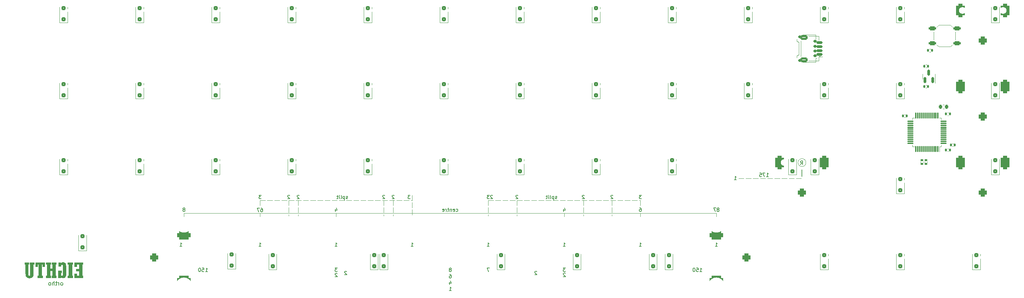
<source format=gbr>
%TF.GenerationSoftware,KiCad,Pcbnew,(7.0.0)*%
%TF.CreationDate,2023-11-25T12:28:40+01:00*%
%TF.ProjectId,Eightu Ortho,45696768-7475-4204-9f72-74686f2e6b69,rev?*%
%TF.SameCoordinates,Original*%
%TF.FileFunction,Legend,Bot*%
%TF.FilePolarity,Positive*%
%FSLAX46Y46*%
G04 Gerber Fmt 4.6, Leading zero omitted, Abs format (unit mm)*
G04 Created by KiCad (PCBNEW (7.0.0)) date 2023-11-25 12:28:40*
%MOMM*%
%LPD*%
G01*
G04 APERTURE LIST*
G04 Aperture macros list*
%AMRoundRect*
0 Rectangle with rounded corners*
0 $1 Rounding radius*
0 $2 $3 $4 $5 $6 $7 $8 $9 X,Y pos of 4 corners*
0 Add a 4 corners polygon primitive as box body*
4,1,4,$2,$3,$4,$5,$6,$7,$8,$9,$2,$3,0*
0 Add four circle primitives for the rounded corners*
1,1,$1+$1,$2,$3*
1,1,$1+$1,$4,$5*
1,1,$1+$1,$6,$7*
1,1,$1+$1,$8,$9*
0 Add four rect primitives between the rounded corners*
20,1,$1+$1,$2,$3,$4,$5,0*
20,1,$1+$1,$4,$5,$6,$7,0*
20,1,$1+$1,$6,$7,$8,$9,0*
20,1,$1+$1,$8,$9,$2,$3,0*%
G04 Aperture macros list end*
%ADD10C,0.120000*%
%ADD11C,0.150000*%
%ADD12C,1.750000*%
%ADD13C,3.987800*%
%ADD14C,2.300000*%
%ADD15C,4.000000*%
%ADD16C,2.000000*%
%ADD17RoundRect,0.500000X0.500000X-0.500000X0.500000X0.500000X-0.500000X0.500000X-0.500000X-0.500000X0*%
%ADD18RoundRect,0.550000X0.550000X-1.150000X0.550000X1.150000X-0.550000X1.150000X-0.550000X-1.150000X0*%
%ADD19RoundRect,0.500000X-0.500000X-0.500000X0.500000X-0.500000X0.500000X0.500000X-0.500000X0.500000X0*%
%ADD20RoundRect,0.550000X-1.150000X-0.550000X1.150000X-0.550000X1.150000X0.550000X-1.150000X0.550000X0*%
%ADD21RoundRect,0.500000X0.500000X0.500000X-0.500000X0.500000X-0.500000X-0.500000X0.500000X-0.500000X0*%
%ADD22RoundRect,0.550000X1.150000X0.550000X-1.150000X0.550000X-1.150000X-0.550000X1.150000X-0.550000X0*%
%ADD23RoundRect,0.250000X0.300000X-0.300000X0.300000X0.300000X-0.300000X0.300000X-0.300000X-0.300000X0*%
%ADD24RoundRect,0.075000X0.075000X-0.662500X0.075000X0.662500X-0.075000X0.662500X-0.075000X-0.662500X0*%
%ADD25RoundRect,0.075000X0.662500X-0.075000X0.662500X0.075000X-0.662500X0.075000X-0.662500X-0.075000X0*%
%ADD26RoundRect,0.140000X0.140000X0.170000X-0.140000X0.170000X-0.140000X-0.170000X0.140000X-0.170000X0*%
%ADD27RoundRect,0.140000X-0.170000X0.140000X-0.170000X-0.140000X0.170000X-0.140000X0.170000X0.140000X0*%
%ADD28RoundRect,0.150000X0.625000X-0.150000X0.625000X0.150000X-0.625000X0.150000X-0.625000X-0.150000X0*%
%ADD29RoundRect,0.250000X0.650000X-0.350000X0.650000X0.350000X-0.650000X0.350000X-0.650000X-0.350000X0*%
%ADD30RoundRect,0.150000X0.150000X-0.587500X0.150000X0.587500X-0.150000X0.587500X-0.150000X-0.587500X0*%
%ADD31RoundRect,0.225000X-0.225000X-0.250000X0.225000X-0.250000X0.225000X0.250000X-0.225000X0.250000X0*%
%ADD32RoundRect,0.275000X0.625000X0.275000X-0.625000X0.275000X-0.625000X-0.275000X0.625000X-0.275000X0*%
%ADD33RoundRect,0.140000X-0.140000X-0.170000X0.140000X-0.170000X0.140000X0.170000X-0.140000X0.170000X0*%
%ADD34RoundRect,0.150000X0.275000X-0.150000X0.275000X0.150000X-0.275000X0.150000X-0.275000X-0.150000X0*%
%ADD35RoundRect,0.175000X0.225000X-0.175000X0.225000X0.175000X-0.225000X0.175000X-0.225000X-0.175000X0*%
%ADD36RoundRect,0.135000X0.135000X0.185000X-0.135000X0.185000X-0.135000X-0.185000X0.135000X-0.185000X0*%
G04 APERTURE END LIST*
D10*
X131762500Y-103981250D02*
X131762500Y-103187500D01*
X169862500Y-99912500D02*
X171182500Y-99912500D01*
X171662500Y-99912500D02*
X172982500Y-99912500D01*
X173462500Y-99912500D02*
X174782500Y-99912500D01*
X175262500Y-99912500D02*
X176582500Y-99912500D01*
X177062500Y-99912500D02*
X178382500Y-99912500D01*
X178862500Y-99912500D02*
X180182500Y-99912500D01*
X180662500Y-99912500D02*
X181982500Y-99912500D01*
X182462500Y-99912500D02*
X183782500Y-99912500D01*
X184262500Y-99912500D02*
X185582500Y-99912500D01*
X186062500Y-99912500D02*
X187382500Y-99912500D01*
X187862500Y-99912500D02*
X189182500Y-99912500D01*
X189662500Y-99912500D02*
X190982500Y-99912500D01*
X191462500Y-99912500D02*
X192782500Y-99912500D01*
X193262500Y-99912500D02*
X194582500Y-99912500D01*
X195062500Y-99912500D02*
X196382500Y-99912500D01*
X196862500Y-99912500D02*
X198182500Y-99912500D01*
X198662500Y-99912500D02*
X199982500Y-99912500D01*
X200462500Y-99912500D02*
X201782500Y-99912500D01*
X202262500Y-99912500D02*
X203582500Y-99912500D01*
X204062500Y-99912500D02*
X205382500Y-99912500D01*
X205862500Y-99912500D02*
X207182500Y-99912500D01*
X207662500Y-99912500D02*
X207962500Y-99912500D01*
X122237500Y-99912500D02*
X122237500Y-101232500D01*
X122237500Y-101712500D02*
X122237500Y-103032500D01*
X122237500Y-103512500D02*
X122237500Y-103881250D01*
X177006250Y-99912500D02*
X177006250Y-101232500D01*
X177006250Y-101712500D02*
X177006250Y-103032500D01*
X177006250Y-103512500D02*
X177006250Y-103881250D01*
X93662500Y-103187500D02*
X227012500Y-103187500D01*
X119856250Y-99912500D02*
X119856250Y-101232500D01*
X119856250Y-101712500D02*
X119856250Y-103032500D01*
X119856250Y-103512500D02*
X119856250Y-103881250D01*
X112712500Y-103981250D02*
X112712500Y-103187500D01*
X227012500Y-103981250D02*
X227012500Y-103187500D01*
X112712500Y-99912500D02*
X112712500Y-101232500D01*
X143668750Y-99912500D02*
X143668750Y-101232500D01*
X143668750Y-101712500D02*
X143668750Y-103032500D01*
X143668750Y-103512500D02*
X143668750Y-103881250D01*
X188912500Y-103981250D02*
X188912500Y-103187500D01*
X193690467Y-99896426D02*
X193690467Y-101216426D01*
X193690467Y-101696426D02*
X193690467Y-103016426D01*
X193690467Y-103496426D02*
X193690467Y-103865176D01*
D11*
X248443750Y-92266250D02*
X248443750Y-93916250D01*
D10*
X169862500Y-99912500D02*
X169862500Y-101232500D01*
X169862500Y-101712500D02*
X169862500Y-103032500D01*
X169862500Y-103512500D02*
X169862500Y-103881250D01*
X200818750Y-99912500D02*
X200818750Y-101232500D01*
X200818750Y-101712500D02*
X200818750Y-103032500D01*
X200818750Y-103512500D02*
X200818750Y-103881250D01*
X112712500Y-99912500D02*
X114032500Y-99912500D01*
X114512500Y-99912500D02*
X115832500Y-99912500D01*
X116312500Y-99912500D02*
X117632500Y-99912500D01*
X118112500Y-99912500D02*
X119432500Y-99912500D01*
X119912500Y-99912500D02*
X121232500Y-99912500D01*
X121712500Y-99912500D02*
X123032500Y-99912500D01*
X123512500Y-99912500D02*
X124832500Y-99912500D01*
X125312500Y-99912500D02*
X126632500Y-99912500D01*
X127112500Y-99912500D02*
X128432500Y-99912500D01*
X128912500Y-99912500D02*
X130232500Y-99912500D01*
X130712500Y-99912500D02*
X132032500Y-99912500D01*
X132512500Y-99912500D02*
X133832500Y-99912500D01*
X134312500Y-99912500D02*
X135632500Y-99912500D01*
X136112500Y-99912500D02*
X137432500Y-99912500D01*
X137912500Y-99912500D02*
X139232500Y-99912500D01*
X139712500Y-99912500D02*
X141032500Y-99912500D01*
X141512500Y-99912500D02*
X142832500Y-99912500D01*
X143312500Y-99912500D02*
X144632500Y-99912500D01*
X145112500Y-99912500D02*
X146432500Y-99912500D01*
X146912500Y-99912500D02*
X148232500Y-99912500D01*
X148712500Y-99912500D02*
X150032500Y-99912500D01*
X150512500Y-99912500D02*
X150812500Y-99912500D01*
X207962500Y-99912500D02*
X207962500Y-101232500D01*
X146050000Y-99910190D02*
X146050000Y-101230190D01*
X146050000Y-101710190D02*
X146050000Y-103030190D01*
X146050000Y-103510190D02*
X146050000Y-103878940D01*
X207962500Y-103981250D02*
X207962500Y-103187500D01*
X232568750Y-94456250D02*
X233888750Y-94456250D01*
X234368750Y-94456250D02*
X235688750Y-94456250D01*
X236168750Y-94456250D02*
X237488750Y-94456250D01*
X237968750Y-94456250D02*
X239288750Y-94456250D01*
X239768750Y-94456250D02*
X241088750Y-94456250D01*
X241568750Y-94456250D02*
X242888750Y-94456250D01*
X243368750Y-94456250D02*
X244688750Y-94456250D01*
X245168750Y-94456250D02*
X246488750Y-94456250D01*
X246968750Y-94456250D02*
X248288750Y-94456250D01*
X93662500Y-103981250D02*
X93662500Y-103187500D01*
X150802205Y-98678471D02*
X150804817Y-99998468D01*
X150805767Y-100478467D02*
X150808379Y-101798465D01*
X150809328Y-102278464D02*
X150811940Y-103598461D01*
D11*
X134400892Y-117785107D02*
X134358035Y-117742250D01*
X134358035Y-117742250D02*
X134272321Y-117699392D01*
X134272321Y-117699392D02*
X134058035Y-117699392D01*
X134058035Y-117699392D02*
X133972321Y-117742250D01*
X133972321Y-117742250D02*
X133929463Y-117785107D01*
X133929463Y-117785107D02*
X133886606Y-117870821D01*
X133886606Y-117870821D02*
X133886606Y-117956535D01*
X133886606Y-117956535D02*
X133929463Y-118085107D01*
X133929463Y-118085107D02*
X134443749Y-118599392D01*
X134443749Y-118599392D02*
X133886606Y-118599392D01*
X207705356Y-111455642D02*
X208219642Y-111455642D01*
X207962499Y-111455642D02*
X207962499Y-110555642D01*
X207962499Y-110555642D02*
X208048213Y-110684214D01*
X208048213Y-110684214D02*
X208133928Y-110769928D01*
X208133928Y-110769928D02*
X208219642Y-110812785D01*
X143925892Y-98735107D02*
X143883035Y-98692250D01*
X143883035Y-98692250D02*
X143797321Y-98649392D01*
X143797321Y-98649392D02*
X143583035Y-98649392D01*
X143583035Y-98649392D02*
X143497321Y-98692250D01*
X143497321Y-98692250D02*
X143454463Y-98735107D01*
X143454463Y-98735107D02*
X143411606Y-98820821D01*
X143411606Y-98820821D02*
X143411606Y-98906535D01*
X143411606Y-98906535D02*
X143454463Y-99035107D01*
X143454463Y-99035107D02*
X143968749Y-99549392D01*
X143968749Y-99549392D02*
X143411606Y-99549392D01*
X160186820Y-118493142D02*
X160358248Y-118493142D01*
X160358248Y-118493142D02*
X160443962Y-118536000D01*
X160443962Y-118536000D02*
X160486820Y-118578857D01*
X160486820Y-118578857D02*
X160572534Y-118707428D01*
X160572534Y-118707428D02*
X160615391Y-118878857D01*
X160615391Y-118878857D02*
X160615391Y-119221714D01*
X160615391Y-119221714D02*
X160572534Y-119307428D01*
X160572534Y-119307428D02*
X160529677Y-119350285D01*
X160529677Y-119350285D02*
X160443962Y-119393142D01*
X160443962Y-119393142D02*
X160272534Y-119393142D01*
X160272534Y-119393142D02*
X160186820Y-119350285D01*
X160186820Y-119350285D02*
X160143962Y-119307428D01*
X160143962Y-119307428D02*
X160101105Y-119221714D01*
X160101105Y-119221714D02*
X160101105Y-119007428D01*
X160101105Y-119007428D02*
X160143962Y-118921714D01*
X160143962Y-118921714D02*
X160186820Y-118878857D01*
X160186820Y-118878857D02*
X160272534Y-118836000D01*
X160272534Y-118836000D02*
X160443962Y-118836000D01*
X160443962Y-118836000D02*
X160529677Y-118878857D01*
X160529677Y-118878857D02*
X160572534Y-118921714D01*
X160572534Y-118921714D02*
X160615391Y-119007428D01*
X189212499Y-116905642D02*
X188655356Y-116905642D01*
X188655356Y-116905642D02*
X188955356Y-117248500D01*
X188955356Y-117248500D02*
X188826785Y-117248500D01*
X188826785Y-117248500D02*
X188741071Y-117291357D01*
X188741071Y-117291357D02*
X188698213Y-117334214D01*
X188698213Y-117334214D02*
X188655356Y-117419928D01*
X188655356Y-117419928D02*
X188655356Y-117634214D01*
X188655356Y-117634214D02*
X188698213Y-117719928D01*
X188698213Y-117719928D02*
X188741071Y-117762785D01*
X188741071Y-117762785D02*
X188826785Y-117805642D01*
X188826785Y-117805642D02*
X189083928Y-117805642D01*
X189083928Y-117805642D02*
X189169642Y-117762785D01*
X189169642Y-117762785D02*
X189212499Y-117719928D01*
X150318749Y-98649392D02*
X149761606Y-98649392D01*
X149761606Y-98649392D02*
X150061606Y-98992250D01*
X150061606Y-98992250D02*
X149933035Y-98992250D01*
X149933035Y-98992250D02*
X149847321Y-99035107D01*
X149847321Y-99035107D02*
X149804463Y-99077964D01*
X149804463Y-99077964D02*
X149761606Y-99163678D01*
X149761606Y-99163678D02*
X149761606Y-99377964D01*
X149761606Y-99377964D02*
X149804463Y-99463678D01*
X149804463Y-99463678D02*
X149847321Y-99506535D01*
X149847321Y-99506535D02*
X149933035Y-99549392D01*
X149933035Y-99549392D02*
X150190178Y-99549392D01*
X150190178Y-99549392D02*
X150275892Y-99506535D01*
X150275892Y-99506535D02*
X150318749Y-99463678D01*
X99024999Y-117805642D02*
X99539285Y-117805642D01*
X99282142Y-117805642D02*
X99282142Y-116905642D01*
X99282142Y-116905642D02*
X99367856Y-117034214D01*
X99367856Y-117034214D02*
X99453571Y-117119928D01*
X99453571Y-117119928D02*
X99539285Y-117162785D01*
X98210713Y-116905642D02*
X98639285Y-116905642D01*
X98639285Y-116905642D02*
X98682142Y-117334214D01*
X98682142Y-117334214D02*
X98639285Y-117291357D01*
X98639285Y-117291357D02*
X98553571Y-117248500D01*
X98553571Y-117248500D02*
X98339285Y-117248500D01*
X98339285Y-117248500D02*
X98253571Y-117291357D01*
X98253571Y-117291357D02*
X98210713Y-117334214D01*
X98210713Y-117334214D02*
X98167856Y-117419928D01*
X98167856Y-117419928D02*
X98167856Y-117634214D01*
X98167856Y-117634214D02*
X98210713Y-117719928D01*
X98210713Y-117719928D02*
X98253571Y-117762785D01*
X98253571Y-117762785D02*
X98339285Y-117805642D01*
X98339285Y-117805642D02*
X98553571Y-117805642D01*
X98553571Y-117805642D02*
X98639285Y-117762785D01*
X98639285Y-117762785D02*
X98682142Y-117719928D01*
X97610713Y-116905642D02*
X97524999Y-116905642D01*
X97524999Y-116905642D02*
X97439285Y-116948500D01*
X97439285Y-116948500D02*
X97396428Y-116991357D01*
X97396428Y-116991357D02*
X97353570Y-117077071D01*
X97353570Y-117077071D02*
X97310713Y-117248500D01*
X97310713Y-117248500D02*
X97310713Y-117462785D01*
X97310713Y-117462785D02*
X97353570Y-117634214D01*
X97353570Y-117634214D02*
X97396428Y-117719928D01*
X97396428Y-117719928D02*
X97439285Y-117762785D01*
X97439285Y-117762785D02*
X97524999Y-117805642D01*
X97524999Y-117805642D02*
X97610713Y-117805642D01*
X97610713Y-117805642D02*
X97696428Y-117762785D01*
X97696428Y-117762785D02*
X97739285Y-117719928D01*
X97739285Y-117719928D02*
X97782142Y-117634214D01*
X97782142Y-117634214D02*
X97824999Y-117462785D01*
X97824999Y-117462785D02*
X97824999Y-117248500D01*
X97824999Y-117248500D02*
X97782142Y-117077071D01*
X97782142Y-117077071D02*
X97739285Y-116991357D01*
X97739285Y-116991357D02*
X97696428Y-116948500D01*
X97696428Y-116948500D02*
X97610713Y-116905642D01*
X112455356Y-111455642D02*
X112969642Y-111455642D01*
X112712499Y-111455642D02*
X112712499Y-110555642D01*
X112712499Y-110555642D02*
X112798213Y-110684214D01*
X112798213Y-110684214D02*
X112883928Y-110769928D01*
X112883928Y-110769928D02*
X112969642Y-110812785D01*
X248113211Y-90948058D02*
X248413211Y-90519487D01*
X248627497Y-90948058D02*
X248627497Y-90048058D01*
X248627497Y-90048058D02*
X248284640Y-90048058D01*
X248284640Y-90048058D02*
X248198925Y-90090916D01*
X248198925Y-90090916D02*
X248156068Y-90133773D01*
X248156068Y-90133773D02*
X248113211Y-90219487D01*
X248113211Y-90219487D02*
X248113211Y-90348058D01*
X248113211Y-90348058D02*
X248156068Y-90433773D01*
X248156068Y-90433773D02*
X248198925Y-90476630D01*
X248198925Y-90476630D02*
X248284640Y-90519487D01*
X248284640Y-90519487D02*
X248627497Y-90519487D01*
X132035003Y-118302343D02*
X131992146Y-118259486D01*
X131992146Y-118259486D02*
X131906432Y-118216628D01*
X131906432Y-118216628D02*
X131692146Y-118216628D01*
X131692146Y-118216628D02*
X131606432Y-118259486D01*
X131606432Y-118259486D02*
X131563574Y-118302343D01*
X131563574Y-118302343D02*
X131520717Y-118388057D01*
X131520717Y-118388057D02*
X131520717Y-118473771D01*
X131520717Y-118473771D02*
X131563574Y-118602343D01*
X131563574Y-118602343D02*
X132077860Y-119116628D01*
X132077860Y-119116628D02*
X131520717Y-119116628D01*
X131591071Y-102124392D02*
X131591071Y-102724392D01*
X131805356Y-101781535D02*
X132019642Y-102424392D01*
X132019642Y-102424392D02*
X131462499Y-102424392D01*
X113012499Y-98649392D02*
X112455356Y-98649392D01*
X112455356Y-98649392D02*
X112755356Y-98992250D01*
X112755356Y-98992250D02*
X112626785Y-98992250D01*
X112626785Y-98992250D02*
X112541071Y-99035107D01*
X112541071Y-99035107D02*
X112498213Y-99077964D01*
X112498213Y-99077964D02*
X112455356Y-99163678D01*
X112455356Y-99163678D02*
X112455356Y-99377964D01*
X112455356Y-99377964D02*
X112498213Y-99463678D01*
X112498213Y-99463678D02*
X112541071Y-99506535D01*
X112541071Y-99506535D02*
X112626785Y-99549392D01*
X112626785Y-99549392D02*
X112883928Y-99549392D01*
X112883928Y-99549392D02*
X112969642Y-99506535D01*
X112969642Y-99506535D02*
X113012499Y-99463678D01*
X150555356Y-111455642D02*
X151069642Y-111455642D01*
X150812499Y-111455642D02*
X150812499Y-110555642D01*
X150812499Y-110555642D02*
X150898213Y-110684214D01*
X150898213Y-110684214D02*
X150983928Y-110769928D01*
X150983928Y-110769928D02*
X151069642Y-110812785D01*
X231517856Y-94786892D02*
X232032142Y-94786892D01*
X231774999Y-94786892D02*
X231774999Y-93886892D01*
X231774999Y-93886892D02*
X231860713Y-94015464D01*
X231860713Y-94015464D02*
X231946428Y-94101178D01*
X231946428Y-94101178D02*
X232032142Y-94144035D01*
X160080356Y-122568142D02*
X160594642Y-122568142D01*
X160337499Y-122568142D02*
X160337499Y-121668142D01*
X160337499Y-121668142D02*
X160423213Y-121796714D01*
X160423213Y-121796714D02*
X160508928Y-121882428D01*
X160508928Y-121882428D02*
X160594642Y-121925285D01*
X170162499Y-116905642D02*
X169562499Y-116905642D01*
X169562499Y-116905642D02*
X169948213Y-117805642D01*
X63119047Y-121226130D02*
X63214285Y-121178511D01*
X63214285Y-121178511D02*
X63261904Y-121130892D01*
X63261904Y-121130892D02*
X63309523Y-121035654D01*
X63309523Y-121035654D02*
X63309523Y-120749940D01*
X63309523Y-120749940D02*
X63261904Y-120654702D01*
X63261904Y-120654702D02*
X63214285Y-120607083D01*
X63214285Y-120607083D02*
X63119047Y-120559464D01*
X63119047Y-120559464D02*
X62976190Y-120559464D01*
X62976190Y-120559464D02*
X62880952Y-120607083D01*
X62880952Y-120607083D02*
X62833333Y-120654702D01*
X62833333Y-120654702D02*
X62785714Y-120749940D01*
X62785714Y-120749940D02*
X62785714Y-121035654D01*
X62785714Y-121035654D02*
X62833333Y-121130892D01*
X62833333Y-121130892D02*
X62880952Y-121178511D01*
X62880952Y-121178511D02*
X62976190Y-121226130D01*
X62976190Y-121226130D02*
X63119047Y-121226130D01*
X62357142Y-121226130D02*
X62357142Y-120559464D01*
X62357142Y-120749940D02*
X62309523Y-120654702D01*
X62309523Y-120654702D02*
X62261904Y-120607083D01*
X62261904Y-120607083D02*
X62166666Y-120559464D01*
X62166666Y-120559464D02*
X62071428Y-120559464D01*
X61880951Y-120559464D02*
X61499999Y-120559464D01*
X61738094Y-120226130D02*
X61738094Y-121083273D01*
X61738094Y-121083273D02*
X61690475Y-121178511D01*
X61690475Y-121178511D02*
X61595237Y-121226130D01*
X61595237Y-121226130D02*
X61499999Y-121226130D01*
X61166665Y-121226130D02*
X61166665Y-120226130D01*
X60738094Y-121226130D02*
X60738094Y-120702321D01*
X60738094Y-120702321D02*
X60785713Y-120607083D01*
X60785713Y-120607083D02*
X60880951Y-120559464D01*
X60880951Y-120559464D02*
X61023808Y-120559464D01*
X61023808Y-120559464D02*
X61119046Y-120607083D01*
X61119046Y-120607083D02*
X61166665Y-120654702D01*
X60119046Y-121226130D02*
X60214284Y-121178511D01*
X60214284Y-121178511D02*
X60261903Y-121130892D01*
X60261903Y-121130892D02*
X60309522Y-121035654D01*
X60309522Y-121035654D02*
X60309522Y-120749940D01*
X60309522Y-120749940D02*
X60261903Y-120654702D01*
X60261903Y-120654702D02*
X60214284Y-120607083D01*
X60214284Y-120607083D02*
X60119046Y-120559464D01*
X60119046Y-120559464D02*
X59976189Y-120559464D01*
X59976189Y-120559464D02*
X59880951Y-120607083D01*
X59880951Y-120607083D02*
X59833332Y-120654702D01*
X59833332Y-120654702D02*
X59785713Y-120749940D01*
X59785713Y-120749940D02*
X59785713Y-121035654D01*
X59785713Y-121035654D02*
X59833332Y-121130892D01*
X59833332Y-121130892D02*
X59880951Y-121178511D01*
X59880951Y-121178511D02*
X59976189Y-121226130D01*
X59976189Y-121226130D02*
X60119046Y-121226130D01*
X193932142Y-98735107D02*
X193889285Y-98692250D01*
X193889285Y-98692250D02*
X193803571Y-98649392D01*
X193803571Y-98649392D02*
X193589285Y-98649392D01*
X193589285Y-98649392D02*
X193503571Y-98692250D01*
X193503571Y-98692250D02*
X193460713Y-98735107D01*
X193460713Y-98735107D02*
X193417856Y-98820821D01*
X193417856Y-98820821D02*
X193417856Y-98906535D01*
X193417856Y-98906535D02*
X193460713Y-99035107D01*
X193460713Y-99035107D02*
X193974999Y-99549392D01*
X193974999Y-99549392D02*
X193417856Y-99549392D01*
X208262499Y-98649392D02*
X207705356Y-98649392D01*
X207705356Y-98649392D02*
X208005356Y-98992250D01*
X208005356Y-98992250D02*
X207876785Y-98992250D01*
X207876785Y-98992250D02*
X207791071Y-99035107D01*
X207791071Y-99035107D02*
X207748213Y-99077964D01*
X207748213Y-99077964D02*
X207705356Y-99163678D01*
X207705356Y-99163678D02*
X207705356Y-99377964D01*
X207705356Y-99377964D02*
X207748213Y-99463678D01*
X207748213Y-99463678D02*
X207791071Y-99506535D01*
X207791071Y-99506535D02*
X207876785Y-99549392D01*
X207876785Y-99549392D02*
X208133928Y-99549392D01*
X208133928Y-99549392D02*
X208219642Y-99506535D01*
X208219642Y-99506535D02*
X208262499Y-99463678D01*
X188655356Y-111455642D02*
X189169642Y-111455642D01*
X188912499Y-111455642D02*
X188912499Y-110555642D01*
X188912499Y-110555642D02*
X188998213Y-110684214D01*
X188998213Y-110684214D02*
X189083928Y-110769928D01*
X189083928Y-110769928D02*
X189169642Y-110812785D01*
X187044642Y-99506535D02*
X186958928Y-99549392D01*
X186958928Y-99549392D02*
X186787499Y-99549392D01*
X186787499Y-99549392D02*
X186701785Y-99506535D01*
X186701785Y-99506535D02*
X186658928Y-99420821D01*
X186658928Y-99420821D02*
X186658928Y-99377964D01*
X186658928Y-99377964D02*
X186701785Y-99292250D01*
X186701785Y-99292250D02*
X186787499Y-99249392D01*
X186787499Y-99249392D02*
X186916071Y-99249392D01*
X186916071Y-99249392D02*
X187001785Y-99206535D01*
X187001785Y-99206535D02*
X187044642Y-99120821D01*
X187044642Y-99120821D02*
X187044642Y-99077964D01*
X187044642Y-99077964D02*
X187001785Y-98992250D01*
X187001785Y-98992250D02*
X186916071Y-98949392D01*
X186916071Y-98949392D02*
X186787499Y-98949392D01*
X186787499Y-98949392D02*
X186701785Y-98992250D01*
X186273214Y-98949392D02*
X186273214Y-99849392D01*
X186273214Y-98992250D02*
X186187500Y-98949392D01*
X186187500Y-98949392D02*
X186016071Y-98949392D01*
X186016071Y-98949392D02*
X185930357Y-98992250D01*
X185930357Y-98992250D02*
X185887500Y-99035107D01*
X185887500Y-99035107D02*
X185844642Y-99120821D01*
X185844642Y-99120821D02*
X185844642Y-99377964D01*
X185844642Y-99377964D02*
X185887500Y-99463678D01*
X185887500Y-99463678D02*
X185930357Y-99506535D01*
X185930357Y-99506535D02*
X186016071Y-99549392D01*
X186016071Y-99549392D02*
X186187500Y-99549392D01*
X186187500Y-99549392D02*
X186273214Y-99506535D01*
X185330356Y-99549392D02*
X185416071Y-99506535D01*
X185416071Y-99506535D02*
X185458928Y-99420821D01*
X185458928Y-99420821D02*
X185458928Y-98649392D01*
X184987499Y-99549392D02*
X184987499Y-98949392D01*
X184987499Y-98649392D02*
X185030356Y-98692250D01*
X185030356Y-98692250D02*
X184987499Y-98735107D01*
X184987499Y-98735107D02*
X184944642Y-98692250D01*
X184944642Y-98692250D02*
X184987499Y-98649392D01*
X184987499Y-98649392D02*
X184987499Y-98735107D01*
X184687499Y-98949392D02*
X184344642Y-98949392D01*
X184558928Y-98649392D02*
X184558928Y-99420821D01*
X184558928Y-99420821D02*
X184516071Y-99506535D01*
X184516071Y-99506535D02*
X184430356Y-99549392D01*
X184430356Y-99549392D02*
X184344642Y-99549392D01*
X226755356Y-111455642D02*
X227269642Y-111455642D01*
X227012499Y-111455642D02*
X227012499Y-110555642D01*
X227012499Y-110555642D02*
X227098213Y-110684214D01*
X227098213Y-110684214D02*
X227183928Y-110769928D01*
X227183928Y-110769928D02*
X227269642Y-110812785D01*
X93748213Y-102210107D02*
X93833928Y-102167250D01*
X93833928Y-102167250D02*
X93876785Y-102124392D01*
X93876785Y-102124392D02*
X93919642Y-102038678D01*
X93919642Y-102038678D02*
X93919642Y-101995821D01*
X93919642Y-101995821D02*
X93876785Y-101910107D01*
X93876785Y-101910107D02*
X93833928Y-101867250D01*
X93833928Y-101867250D02*
X93748213Y-101824392D01*
X93748213Y-101824392D02*
X93576785Y-101824392D01*
X93576785Y-101824392D02*
X93491071Y-101867250D01*
X93491071Y-101867250D02*
X93448213Y-101910107D01*
X93448213Y-101910107D02*
X93405356Y-101995821D01*
X93405356Y-101995821D02*
X93405356Y-102038678D01*
X93405356Y-102038678D02*
X93448213Y-102124392D01*
X93448213Y-102124392D02*
X93491071Y-102167250D01*
X93491071Y-102167250D02*
X93576785Y-102210107D01*
X93576785Y-102210107D02*
X93748213Y-102210107D01*
X93748213Y-102210107D02*
X93833928Y-102252964D01*
X93833928Y-102252964D02*
X93876785Y-102295821D01*
X93876785Y-102295821D02*
X93919642Y-102381535D01*
X93919642Y-102381535D02*
X93919642Y-102552964D01*
X93919642Y-102552964D02*
X93876785Y-102638678D01*
X93876785Y-102638678D02*
X93833928Y-102681535D01*
X93833928Y-102681535D02*
X93748213Y-102724392D01*
X93748213Y-102724392D02*
X93576785Y-102724392D01*
X93576785Y-102724392D02*
X93491071Y-102681535D01*
X93491071Y-102681535D02*
X93448213Y-102638678D01*
X93448213Y-102638678D02*
X93405356Y-102552964D01*
X93405356Y-102552964D02*
X93405356Y-102381535D01*
X93405356Y-102381535D02*
X93448213Y-102295821D01*
X93448213Y-102295821D02*
X93491071Y-102252964D01*
X93491071Y-102252964D02*
X93576785Y-102210107D01*
X131505356Y-111455642D02*
X132019642Y-111455642D01*
X131762499Y-111455642D02*
X131762499Y-110555642D01*
X131762499Y-110555642D02*
X131848213Y-110684214D01*
X131848213Y-110684214D02*
X131933928Y-110769928D01*
X131933928Y-110769928D02*
X132019642Y-110812785D01*
X239518749Y-93993142D02*
X240033035Y-93993142D01*
X239775892Y-93993142D02*
X239775892Y-93093142D01*
X239775892Y-93093142D02*
X239861606Y-93221714D01*
X239861606Y-93221714D02*
X239947321Y-93307428D01*
X239947321Y-93307428D02*
X240033035Y-93350285D01*
X239218749Y-93093142D02*
X238618749Y-93093142D01*
X238618749Y-93093142D02*
X239004463Y-93993142D01*
X237847320Y-93093142D02*
X238275892Y-93093142D01*
X238275892Y-93093142D02*
X238318749Y-93521714D01*
X238318749Y-93521714D02*
X238275892Y-93478857D01*
X238275892Y-93478857D02*
X238190178Y-93436000D01*
X238190178Y-93436000D02*
X237975892Y-93436000D01*
X237975892Y-93436000D02*
X237890178Y-93478857D01*
X237890178Y-93478857D02*
X237847320Y-93521714D01*
X237847320Y-93521714D02*
X237804463Y-93607428D01*
X237804463Y-93607428D02*
X237804463Y-93821714D01*
X237804463Y-93821714D02*
X237847320Y-93907428D01*
X237847320Y-93907428D02*
X237890178Y-93950285D01*
X237890178Y-93950285D02*
X237975892Y-93993142D01*
X237975892Y-93993142D02*
X238190178Y-93993142D01*
X238190178Y-93993142D02*
X238275892Y-93950285D01*
X238275892Y-93950285D02*
X238318749Y-93907428D01*
X122494642Y-98735107D02*
X122451785Y-98692250D01*
X122451785Y-98692250D02*
X122366071Y-98649392D01*
X122366071Y-98649392D02*
X122151785Y-98649392D01*
X122151785Y-98649392D02*
X122066071Y-98692250D01*
X122066071Y-98692250D02*
X122023213Y-98735107D01*
X122023213Y-98735107D02*
X121980356Y-98820821D01*
X121980356Y-98820821D02*
X121980356Y-98906535D01*
X121980356Y-98906535D02*
X122023213Y-99035107D01*
X122023213Y-99035107D02*
X122537499Y-99549392D01*
X122537499Y-99549392D02*
X121980356Y-99549392D01*
X182025892Y-117785107D02*
X181983035Y-117742250D01*
X181983035Y-117742250D02*
X181897321Y-117699392D01*
X181897321Y-117699392D02*
X181683035Y-117699392D01*
X181683035Y-117699392D02*
X181597321Y-117742250D01*
X181597321Y-117742250D02*
X181554463Y-117785107D01*
X181554463Y-117785107D02*
X181511606Y-117870821D01*
X181511606Y-117870821D02*
X181511606Y-117956535D01*
X181511606Y-117956535D02*
X181554463Y-118085107D01*
X181554463Y-118085107D02*
X182068749Y-118599392D01*
X182068749Y-118599392D02*
X181511606Y-118599392D01*
X201075892Y-98735107D02*
X201033035Y-98692250D01*
X201033035Y-98692250D02*
X200947321Y-98649392D01*
X200947321Y-98649392D02*
X200733035Y-98649392D01*
X200733035Y-98649392D02*
X200647321Y-98692250D01*
X200647321Y-98692250D02*
X200604463Y-98735107D01*
X200604463Y-98735107D02*
X200561606Y-98820821D01*
X200561606Y-98820821D02*
X200561606Y-98906535D01*
X200561606Y-98906535D02*
X200604463Y-99035107D01*
X200604463Y-99035107D02*
X201118749Y-99549392D01*
X201118749Y-99549392D02*
X200561606Y-99549392D01*
X222849999Y-117805642D02*
X223364285Y-117805642D01*
X223107142Y-117805642D02*
X223107142Y-116905642D01*
X223107142Y-116905642D02*
X223192856Y-117034214D01*
X223192856Y-117034214D02*
X223278571Y-117119928D01*
X223278571Y-117119928D02*
X223364285Y-117162785D01*
X222035713Y-116905642D02*
X222464285Y-116905642D01*
X222464285Y-116905642D02*
X222507142Y-117334214D01*
X222507142Y-117334214D02*
X222464285Y-117291357D01*
X222464285Y-117291357D02*
X222378571Y-117248500D01*
X222378571Y-117248500D02*
X222164285Y-117248500D01*
X222164285Y-117248500D02*
X222078571Y-117291357D01*
X222078571Y-117291357D02*
X222035713Y-117334214D01*
X222035713Y-117334214D02*
X221992856Y-117419928D01*
X221992856Y-117419928D02*
X221992856Y-117634214D01*
X221992856Y-117634214D02*
X222035713Y-117719928D01*
X222035713Y-117719928D02*
X222078571Y-117762785D01*
X222078571Y-117762785D02*
X222164285Y-117805642D01*
X222164285Y-117805642D02*
X222378571Y-117805642D01*
X222378571Y-117805642D02*
X222464285Y-117762785D01*
X222464285Y-117762785D02*
X222507142Y-117719928D01*
X221435713Y-116905642D02*
X221349999Y-116905642D01*
X221349999Y-116905642D02*
X221264285Y-116948500D01*
X221264285Y-116948500D02*
X221221428Y-116991357D01*
X221221428Y-116991357D02*
X221178570Y-117077071D01*
X221178570Y-117077071D02*
X221135713Y-117248500D01*
X221135713Y-117248500D02*
X221135713Y-117462785D01*
X221135713Y-117462785D02*
X221178570Y-117634214D01*
X221178570Y-117634214D02*
X221221428Y-117719928D01*
X221221428Y-117719928D02*
X221264285Y-117762785D01*
X221264285Y-117762785D02*
X221349999Y-117805642D01*
X221349999Y-117805642D02*
X221435713Y-117805642D01*
X221435713Y-117805642D02*
X221521428Y-117762785D01*
X221521428Y-117762785D02*
X221564285Y-117719928D01*
X221564285Y-117719928D02*
X221607142Y-117634214D01*
X221607142Y-117634214D02*
X221649999Y-117462785D01*
X221649999Y-117462785D02*
X221649999Y-117248500D01*
X221649999Y-117248500D02*
X221607142Y-117077071D01*
X221607142Y-117077071D02*
X221564285Y-116991357D01*
X221564285Y-116991357D02*
X221521428Y-116948500D01*
X221521428Y-116948500D02*
X221435713Y-116905642D01*
X112932798Y-101895973D02*
X113104226Y-101895973D01*
X113104226Y-101895973D02*
X113189940Y-101938831D01*
X113189940Y-101938831D02*
X113232798Y-101981688D01*
X113232798Y-101981688D02*
X113318512Y-102110259D01*
X113318512Y-102110259D02*
X113361369Y-102281688D01*
X113361369Y-102281688D02*
X113361369Y-102624545D01*
X113361369Y-102624545D02*
X113318512Y-102710259D01*
X113318512Y-102710259D02*
X113275655Y-102753116D01*
X113275655Y-102753116D02*
X113189940Y-102795973D01*
X113189940Y-102795973D02*
X113018512Y-102795973D01*
X113018512Y-102795973D02*
X112932798Y-102753116D01*
X112932798Y-102753116D02*
X112889940Y-102710259D01*
X112889940Y-102710259D02*
X112847083Y-102624545D01*
X112847083Y-102624545D02*
X112847083Y-102410259D01*
X112847083Y-102410259D02*
X112889940Y-102324545D01*
X112889940Y-102324545D02*
X112932798Y-102281688D01*
X112932798Y-102281688D02*
X113018512Y-102238831D01*
X113018512Y-102238831D02*
X113189940Y-102238831D01*
X113189940Y-102238831D02*
X113275655Y-102281688D01*
X113275655Y-102281688D02*
X113318512Y-102324545D01*
X113318512Y-102324545D02*
X113361369Y-102410259D01*
X170913392Y-98735107D02*
X170870535Y-98692250D01*
X170870535Y-98692250D02*
X170784821Y-98649392D01*
X170784821Y-98649392D02*
X170570535Y-98649392D01*
X170570535Y-98649392D02*
X170484821Y-98692250D01*
X170484821Y-98692250D02*
X170441963Y-98735107D01*
X170441963Y-98735107D02*
X170399106Y-98820821D01*
X170399106Y-98820821D02*
X170399106Y-98906535D01*
X170399106Y-98906535D02*
X170441963Y-99035107D01*
X170441963Y-99035107D02*
X170956249Y-99549392D01*
X170956249Y-99549392D02*
X170399106Y-99549392D01*
X160170279Y-120406937D02*
X160170279Y-121006937D01*
X160384564Y-120064080D02*
X160598850Y-120706937D01*
X160598850Y-120706937D02*
X160041707Y-120706937D01*
X134657142Y-99506535D02*
X134571428Y-99549392D01*
X134571428Y-99549392D02*
X134399999Y-99549392D01*
X134399999Y-99549392D02*
X134314285Y-99506535D01*
X134314285Y-99506535D02*
X134271428Y-99420821D01*
X134271428Y-99420821D02*
X134271428Y-99377964D01*
X134271428Y-99377964D02*
X134314285Y-99292250D01*
X134314285Y-99292250D02*
X134399999Y-99249392D01*
X134399999Y-99249392D02*
X134528571Y-99249392D01*
X134528571Y-99249392D02*
X134614285Y-99206535D01*
X134614285Y-99206535D02*
X134657142Y-99120821D01*
X134657142Y-99120821D02*
X134657142Y-99077964D01*
X134657142Y-99077964D02*
X134614285Y-98992250D01*
X134614285Y-98992250D02*
X134528571Y-98949392D01*
X134528571Y-98949392D02*
X134399999Y-98949392D01*
X134399999Y-98949392D02*
X134314285Y-98992250D01*
X133885714Y-98949392D02*
X133885714Y-99849392D01*
X133885714Y-98992250D02*
X133800000Y-98949392D01*
X133800000Y-98949392D02*
X133628571Y-98949392D01*
X133628571Y-98949392D02*
X133542857Y-98992250D01*
X133542857Y-98992250D02*
X133500000Y-99035107D01*
X133500000Y-99035107D02*
X133457142Y-99120821D01*
X133457142Y-99120821D02*
X133457142Y-99377964D01*
X133457142Y-99377964D02*
X133500000Y-99463678D01*
X133500000Y-99463678D02*
X133542857Y-99506535D01*
X133542857Y-99506535D02*
X133628571Y-99549392D01*
X133628571Y-99549392D02*
X133800000Y-99549392D01*
X133800000Y-99549392D02*
X133885714Y-99506535D01*
X132942856Y-99549392D02*
X133028571Y-99506535D01*
X133028571Y-99506535D02*
X133071428Y-99420821D01*
X133071428Y-99420821D02*
X133071428Y-98649392D01*
X132599999Y-99549392D02*
X132599999Y-98949392D01*
X132599999Y-98649392D02*
X132642856Y-98692250D01*
X132642856Y-98692250D02*
X132599999Y-98735107D01*
X132599999Y-98735107D02*
X132557142Y-98692250D01*
X132557142Y-98692250D02*
X132599999Y-98649392D01*
X132599999Y-98649392D02*
X132599999Y-98735107D01*
X132299999Y-98949392D02*
X131957142Y-98949392D01*
X132171428Y-98649392D02*
X132171428Y-99420821D01*
X132171428Y-99420821D02*
X132128571Y-99506535D01*
X132128571Y-99506535D02*
X132042856Y-99549392D01*
X132042856Y-99549392D02*
X131957142Y-99549392D01*
X160443962Y-117291357D02*
X160529677Y-117248500D01*
X160529677Y-117248500D02*
X160572534Y-117205642D01*
X160572534Y-117205642D02*
X160615391Y-117119928D01*
X160615391Y-117119928D02*
X160615391Y-117077071D01*
X160615391Y-117077071D02*
X160572534Y-116991357D01*
X160572534Y-116991357D02*
X160529677Y-116948500D01*
X160529677Y-116948500D02*
X160443962Y-116905642D01*
X160443962Y-116905642D02*
X160272534Y-116905642D01*
X160272534Y-116905642D02*
X160186820Y-116948500D01*
X160186820Y-116948500D02*
X160143962Y-116991357D01*
X160143962Y-116991357D02*
X160101105Y-117077071D01*
X160101105Y-117077071D02*
X160101105Y-117119928D01*
X160101105Y-117119928D02*
X160143962Y-117205642D01*
X160143962Y-117205642D02*
X160186820Y-117248500D01*
X160186820Y-117248500D02*
X160272534Y-117291357D01*
X160272534Y-117291357D02*
X160443962Y-117291357D01*
X160443962Y-117291357D02*
X160529677Y-117334214D01*
X160529677Y-117334214D02*
X160572534Y-117377071D01*
X160572534Y-117377071D02*
X160615391Y-117462785D01*
X160615391Y-117462785D02*
X160615391Y-117634214D01*
X160615391Y-117634214D02*
X160572534Y-117719928D01*
X160572534Y-117719928D02*
X160529677Y-117762785D01*
X160529677Y-117762785D02*
X160443962Y-117805642D01*
X160443962Y-117805642D02*
X160272534Y-117805642D01*
X160272534Y-117805642D02*
X160186820Y-117762785D01*
X160186820Y-117762785D02*
X160143962Y-117719928D01*
X160143962Y-117719928D02*
X160101105Y-117634214D01*
X160101105Y-117634214D02*
X160101105Y-117462785D01*
X160101105Y-117462785D02*
X160143962Y-117377071D01*
X160143962Y-117377071D02*
X160186820Y-117334214D01*
X160186820Y-117334214D02*
X160272534Y-117291357D01*
X189169642Y-118249376D02*
X189126785Y-118206519D01*
X189126785Y-118206519D02*
X189041071Y-118163661D01*
X189041071Y-118163661D02*
X188826785Y-118163661D01*
X188826785Y-118163661D02*
X188741071Y-118206519D01*
X188741071Y-118206519D02*
X188698213Y-118249376D01*
X188698213Y-118249376D02*
X188655356Y-118335090D01*
X188655356Y-118335090D02*
X188655356Y-118420804D01*
X188655356Y-118420804D02*
X188698213Y-118549376D01*
X188698213Y-118549376D02*
X189212499Y-119063661D01*
X189212499Y-119063661D02*
X188655356Y-119063661D01*
X161837501Y-102681535D02*
X161923215Y-102724392D01*
X161923215Y-102724392D02*
X162094643Y-102724392D01*
X162094643Y-102724392D02*
X162180358Y-102681535D01*
X162180358Y-102681535D02*
X162223215Y-102638678D01*
X162223215Y-102638678D02*
X162266072Y-102552964D01*
X162266072Y-102552964D02*
X162266072Y-102295821D01*
X162266072Y-102295821D02*
X162223215Y-102210107D01*
X162223215Y-102210107D02*
X162180358Y-102167250D01*
X162180358Y-102167250D02*
X162094643Y-102124392D01*
X162094643Y-102124392D02*
X161923215Y-102124392D01*
X161923215Y-102124392D02*
X161837501Y-102167250D01*
X161108929Y-102681535D02*
X161194643Y-102724392D01*
X161194643Y-102724392D02*
X161366072Y-102724392D01*
X161366072Y-102724392D02*
X161451786Y-102681535D01*
X161451786Y-102681535D02*
X161494643Y-102595821D01*
X161494643Y-102595821D02*
X161494643Y-102252964D01*
X161494643Y-102252964D02*
X161451786Y-102167250D01*
X161451786Y-102167250D02*
X161366072Y-102124392D01*
X161366072Y-102124392D02*
X161194643Y-102124392D01*
X161194643Y-102124392D02*
X161108929Y-102167250D01*
X161108929Y-102167250D02*
X161066072Y-102252964D01*
X161066072Y-102252964D02*
X161066072Y-102338678D01*
X161066072Y-102338678D02*
X161494643Y-102424392D01*
X160680357Y-102124392D02*
X160680357Y-102724392D01*
X160680357Y-102210107D02*
X160637500Y-102167250D01*
X160637500Y-102167250D02*
X160551785Y-102124392D01*
X160551785Y-102124392D02*
X160423214Y-102124392D01*
X160423214Y-102124392D02*
X160337500Y-102167250D01*
X160337500Y-102167250D02*
X160294643Y-102252964D01*
X160294643Y-102252964D02*
X160294643Y-102724392D01*
X159994642Y-102124392D02*
X159651785Y-102124392D01*
X159866071Y-101824392D02*
X159866071Y-102595821D01*
X159866071Y-102595821D02*
X159823214Y-102681535D01*
X159823214Y-102681535D02*
X159737499Y-102724392D01*
X159737499Y-102724392D02*
X159651785Y-102724392D01*
X159351785Y-102724392D02*
X159351785Y-102124392D01*
X159351785Y-102295821D02*
X159308928Y-102210107D01*
X159308928Y-102210107D02*
X159266071Y-102167250D01*
X159266071Y-102167250D02*
X159180356Y-102124392D01*
X159180356Y-102124392D02*
X159094642Y-102124392D01*
X158451785Y-102681535D02*
X158537499Y-102724392D01*
X158537499Y-102724392D02*
X158708928Y-102724392D01*
X158708928Y-102724392D02*
X158794642Y-102681535D01*
X158794642Y-102681535D02*
X158837499Y-102595821D01*
X158837499Y-102595821D02*
X158837499Y-102252964D01*
X158837499Y-102252964D02*
X158794642Y-102167250D01*
X158794642Y-102167250D02*
X158708928Y-102124392D01*
X158708928Y-102124392D02*
X158537499Y-102124392D01*
X158537499Y-102124392D02*
X158451785Y-102167250D01*
X158451785Y-102167250D02*
X158408928Y-102252964D01*
X158408928Y-102252964D02*
X158408928Y-102338678D01*
X158408928Y-102338678D02*
X158837499Y-102424392D01*
X92611606Y-111455642D02*
X93125892Y-111455642D01*
X92868749Y-111455642D02*
X92868749Y-110555642D01*
X92868749Y-110555642D02*
X92954463Y-110684214D01*
X92954463Y-110684214D02*
X93040178Y-110769928D01*
X93040178Y-110769928D02*
X93125892Y-110812785D01*
X146307142Y-98735107D02*
X146264285Y-98692250D01*
X146264285Y-98692250D02*
X146178571Y-98649392D01*
X146178571Y-98649392D02*
X145964285Y-98649392D01*
X145964285Y-98649392D02*
X145878571Y-98692250D01*
X145878571Y-98692250D02*
X145835713Y-98735107D01*
X145835713Y-98735107D02*
X145792856Y-98820821D01*
X145792856Y-98820821D02*
X145792856Y-98906535D01*
X145792856Y-98906535D02*
X145835713Y-99035107D01*
X145835713Y-99035107D02*
X146349999Y-99549392D01*
X146349999Y-99549392D02*
X145792856Y-99549392D01*
X132062499Y-116905642D02*
X131505356Y-116905642D01*
X131505356Y-116905642D02*
X131805356Y-117248500D01*
X131805356Y-117248500D02*
X131676785Y-117248500D01*
X131676785Y-117248500D02*
X131591071Y-117291357D01*
X131591071Y-117291357D02*
X131548213Y-117334214D01*
X131548213Y-117334214D02*
X131505356Y-117419928D01*
X131505356Y-117419928D02*
X131505356Y-117634214D01*
X131505356Y-117634214D02*
X131548213Y-117719928D01*
X131548213Y-117719928D02*
X131591071Y-117762785D01*
X131591071Y-117762785D02*
X131676785Y-117805642D01*
X131676785Y-117805642D02*
X131933928Y-117805642D01*
X131933928Y-117805642D02*
X132019642Y-117762785D01*
X132019642Y-117762785D02*
X132062499Y-117719928D01*
X169605356Y-111455642D02*
X170119642Y-111455642D01*
X169862499Y-111455642D02*
X169862499Y-110555642D01*
X169862499Y-110555642D02*
X169948213Y-110684214D01*
X169948213Y-110684214D02*
X170033928Y-110769928D01*
X170033928Y-110769928D02*
X170119642Y-110812785D01*
X177263392Y-98735107D02*
X177220535Y-98692250D01*
X177220535Y-98692250D02*
X177134821Y-98649392D01*
X177134821Y-98649392D02*
X176920535Y-98649392D01*
X176920535Y-98649392D02*
X176834821Y-98692250D01*
X176834821Y-98692250D02*
X176791963Y-98735107D01*
X176791963Y-98735107D02*
X176749106Y-98820821D01*
X176749106Y-98820821D02*
X176749106Y-98906535D01*
X176749106Y-98906535D02*
X176791963Y-99035107D01*
X176791963Y-99035107D02*
X177306249Y-99549392D01*
X177306249Y-99549392D02*
X176749106Y-99549392D01*
X112610476Y-101895973D02*
X112010476Y-101895973D01*
X112010476Y-101895973D02*
X112396190Y-102795973D01*
X226918264Y-101855008D02*
X226318264Y-101855008D01*
X226318264Y-101855008D02*
X226703978Y-102755008D01*
X227497728Y-102240723D02*
X227583443Y-102197866D01*
X227583443Y-102197866D02*
X227626300Y-102155008D01*
X227626300Y-102155008D02*
X227669157Y-102069294D01*
X227669157Y-102069294D02*
X227669157Y-102026437D01*
X227669157Y-102026437D02*
X227626300Y-101940723D01*
X227626300Y-101940723D02*
X227583443Y-101897866D01*
X227583443Y-101897866D02*
X227497728Y-101855008D01*
X227497728Y-101855008D02*
X227326300Y-101855008D01*
X227326300Y-101855008D02*
X227240586Y-101897866D01*
X227240586Y-101897866D02*
X227197728Y-101940723D01*
X227197728Y-101940723D02*
X227154871Y-102026437D01*
X227154871Y-102026437D02*
X227154871Y-102069294D01*
X227154871Y-102069294D02*
X227197728Y-102155008D01*
X227197728Y-102155008D02*
X227240586Y-102197866D01*
X227240586Y-102197866D02*
X227326300Y-102240723D01*
X227326300Y-102240723D02*
X227497728Y-102240723D01*
X227497728Y-102240723D02*
X227583443Y-102283580D01*
X227583443Y-102283580D02*
X227626300Y-102326437D01*
X227626300Y-102326437D02*
X227669157Y-102412151D01*
X227669157Y-102412151D02*
X227669157Y-102583580D01*
X227669157Y-102583580D02*
X227626300Y-102669294D01*
X227626300Y-102669294D02*
X227583443Y-102712151D01*
X227583443Y-102712151D02*
X227497728Y-102755008D01*
X227497728Y-102755008D02*
X227326300Y-102755008D01*
X227326300Y-102755008D02*
X227240586Y-102712151D01*
X227240586Y-102712151D02*
X227197728Y-102669294D01*
X227197728Y-102669294D02*
X227154871Y-102583580D01*
X227154871Y-102583580D02*
X227154871Y-102412151D01*
X227154871Y-102412151D02*
X227197728Y-102326437D01*
X227197728Y-102326437D02*
X227240586Y-102283580D01*
X227240586Y-102283580D02*
X227326300Y-102240723D01*
X188741071Y-102124392D02*
X188741071Y-102724392D01*
X188955356Y-101781535D02*
X189169642Y-102424392D01*
X189169642Y-102424392D02*
X188612499Y-102424392D01*
X207791071Y-101824392D02*
X207962499Y-101824392D01*
X207962499Y-101824392D02*
X208048213Y-101867250D01*
X208048213Y-101867250D02*
X208091071Y-101910107D01*
X208091071Y-101910107D02*
X208176785Y-102038678D01*
X208176785Y-102038678D02*
X208219642Y-102210107D01*
X208219642Y-102210107D02*
X208219642Y-102552964D01*
X208219642Y-102552964D02*
X208176785Y-102638678D01*
X208176785Y-102638678D02*
X208133928Y-102681535D01*
X208133928Y-102681535D02*
X208048213Y-102724392D01*
X208048213Y-102724392D02*
X207876785Y-102724392D01*
X207876785Y-102724392D02*
X207791071Y-102681535D01*
X207791071Y-102681535D02*
X207748213Y-102638678D01*
X207748213Y-102638678D02*
X207705356Y-102552964D01*
X207705356Y-102552964D02*
X207705356Y-102338678D01*
X207705356Y-102338678D02*
X207748213Y-102252964D01*
X207748213Y-102252964D02*
X207791071Y-102210107D01*
X207791071Y-102210107D02*
X207876785Y-102167250D01*
X207876785Y-102167250D02*
X208048213Y-102167250D01*
X208048213Y-102167250D02*
X208133928Y-102210107D01*
X208133928Y-102210107D02*
X208176785Y-102252964D01*
X208176785Y-102252964D02*
X208219642Y-102338678D01*
X170162499Y-98649392D02*
X169605356Y-98649392D01*
X169605356Y-98649392D02*
X169905356Y-98992250D01*
X169905356Y-98992250D02*
X169776785Y-98992250D01*
X169776785Y-98992250D02*
X169691071Y-99035107D01*
X169691071Y-99035107D02*
X169648213Y-99077964D01*
X169648213Y-99077964D02*
X169605356Y-99163678D01*
X169605356Y-99163678D02*
X169605356Y-99377964D01*
X169605356Y-99377964D02*
X169648213Y-99463678D01*
X169648213Y-99463678D02*
X169691071Y-99506535D01*
X169691071Y-99506535D02*
X169776785Y-99549392D01*
X169776785Y-99549392D02*
X170033928Y-99549392D01*
X170033928Y-99549392D02*
X170119642Y-99506535D01*
X170119642Y-99506535D02*
X170162499Y-99463678D01*
X120113392Y-98735107D02*
X120070535Y-98692250D01*
X120070535Y-98692250D02*
X119984821Y-98649392D01*
X119984821Y-98649392D02*
X119770535Y-98649392D01*
X119770535Y-98649392D02*
X119684821Y-98692250D01*
X119684821Y-98692250D02*
X119641963Y-98735107D01*
X119641963Y-98735107D02*
X119599106Y-98820821D01*
X119599106Y-98820821D02*
X119599106Y-98906535D01*
X119599106Y-98906535D02*
X119641963Y-99035107D01*
X119641963Y-99035107D02*
X120156249Y-99549392D01*
X120156249Y-99549392D02*
X119599106Y-99549392D01*
D10*
%TO.C,SW7*%
X249428750Y-90487500D02*
G75*
G03*
X249428750Y-90487500I-985000J0D01*
G01*
%TO.C,D23*%
X214900000Y-74441250D02*
X214900000Y-70581250D01*
X216900000Y-74441250D02*
X214900000Y-74441250D01*
X216900000Y-74441250D02*
X216900000Y-70581250D01*
%TO.C,U1*%
X276121250Y-86491250D02*
X276571250Y-86491250D01*
X282891250Y-86491250D02*
X282891250Y-87781250D01*
X283341250Y-86491250D02*
X282891250Y-86491250D01*
X276121250Y-86041250D02*
X276121250Y-86491250D01*
X283341250Y-86041250D02*
X283341250Y-86491250D01*
X276121250Y-79721250D02*
X276121250Y-79271250D01*
X283341250Y-79721250D02*
X283341250Y-79271250D01*
X276121250Y-79271250D02*
X276571250Y-79271250D01*
X283341250Y-79271250D02*
X282891250Y-79271250D01*
%TO.C,C3*%
X274302836Y-79141250D02*
X274087164Y-79141250D01*
X274302836Y-78421250D02*
X274087164Y-78421250D01*
%TO.C,D29*%
X81550000Y-93491250D02*
X81550000Y-89631250D01*
X83550000Y-93491250D02*
X81550000Y-93491250D01*
X83550000Y-93491250D02*
X83550000Y-89631250D01*
%TO.C,D5*%
X138700000Y-55391250D02*
X138700000Y-51531250D01*
X140700000Y-55391250D02*
X138700000Y-55391250D01*
X140700000Y-55391250D02*
X140700000Y-51531250D01*
%TO.C,C7*%
X279837557Y-90231873D02*
X279837557Y-90447545D01*
X279117557Y-90231873D02*
X279117557Y-90447545D01*
%TO.C,D32*%
X138700000Y-93491250D02*
X138700000Y-89631250D01*
X140700000Y-93491250D02*
X138700000Y-93491250D01*
X140700000Y-93491250D02*
X140700000Y-89631250D01*
%TO.C,D1*%
X62500000Y-55391250D02*
X62500000Y-51531250D01*
X64500000Y-55391250D02*
X62500000Y-55391250D01*
X64500000Y-55391250D02*
X64500000Y-51531250D01*
%TO.C,D4*%
X119650000Y-55391250D02*
X119650000Y-51531250D01*
X121650000Y-55391250D02*
X119650000Y-55391250D01*
X121650000Y-55391250D02*
X121650000Y-51531250D01*
%TO.C,D27*%
X140287500Y-117303750D02*
X140287500Y-113443750D01*
X142287500Y-117303750D02*
X140287500Y-117303750D01*
X142287500Y-117303750D02*
X142287500Y-113443750D01*
%TO.C,D15*%
X62500000Y-74441250D02*
X62500000Y-70581250D01*
X64500000Y-74441250D02*
X62500000Y-74441250D01*
X64500000Y-74441250D02*
X64500000Y-70581250D01*
%TO.C,D12*%
X272050000Y-55391250D02*
X272050000Y-51531250D01*
X274050000Y-55391250D02*
X272050000Y-55391250D01*
X274050000Y-55391250D02*
X274050000Y-51531250D01*
%TO.C,D31*%
X119650000Y-93491250D02*
X119650000Y-89631250D01*
X121650000Y-93491250D02*
X119650000Y-93491250D01*
X121650000Y-93491250D02*
X121650000Y-89631250D01*
%TO.C,J1*%
X250110000Y-65022500D02*
X252610000Y-65022500D01*
X252610000Y-65022500D02*
X252610000Y-63972500D01*
X252610000Y-63972500D02*
X253600000Y-63972500D01*
X248140000Y-63852500D02*
X248140000Y-59972500D01*
X250110000Y-58802500D02*
X252610000Y-58802500D01*
X252610000Y-58802500D02*
X252610000Y-59852500D01*
%TO.C,D9*%
X214900000Y-55391250D02*
X214900000Y-51531250D01*
X216900000Y-55391250D02*
X214900000Y-55391250D01*
X216900000Y-55391250D02*
X216900000Y-51531250D01*
%TO.C,D44*%
X172037500Y-117303750D02*
X172037500Y-113443750D01*
X174037500Y-117303750D02*
X172037500Y-117303750D01*
X174037500Y-117303750D02*
X174037500Y-113443750D01*
%TO.C,D7*%
X176800000Y-55391250D02*
X176800000Y-51531250D01*
X178800000Y-55391250D02*
X176800000Y-55391250D01*
X178800000Y-55391250D02*
X178800000Y-51531250D01*
%TO.C,D36*%
X214900000Y-93491250D02*
X214900000Y-89631250D01*
X216900000Y-93491250D02*
X214900000Y-93491250D01*
X216900000Y-93491250D02*
X216900000Y-89631250D01*
%TO.C,D26*%
X295862500Y-74441250D02*
X295862500Y-70581250D01*
X297862500Y-74441250D02*
X295862500Y-74441250D01*
X297862500Y-74441250D02*
X297862500Y-70581250D01*
%TO.C,C9*%
X279617836Y-71797500D02*
X279402164Y-71797500D01*
X279617836Y-71077500D02*
X279402164Y-71077500D01*
%TO.C,D47*%
X253000000Y-117303750D02*
X253000000Y-113443750D01*
X255000000Y-117303750D02*
X253000000Y-117303750D01*
X255000000Y-117303750D02*
X255000000Y-113443750D01*
%TO.C,U2*%
X278633750Y-68912500D02*
X278633750Y-69562500D01*
X278633750Y-68912500D02*
X278633750Y-68262500D01*
X281753750Y-68912500D02*
X281753750Y-70587500D01*
X281753750Y-68912500D02*
X281753750Y-68262500D01*
%TO.C,D17*%
X100600000Y-74441250D02*
X100600000Y-70581250D01*
X102600000Y-74441250D02*
X100600000Y-74441250D01*
X102600000Y-74441250D02*
X102600000Y-70581250D01*
%TO.C,D45*%
X191087500Y-117303750D02*
X191087500Y-113443750D01*
X193087500Y-117303750D02*
X191087500Y-117303750D01*
X193087500Y-117303750D02*
X193087500Y-113443750D01*
%TO.C,D37*%
X245062500Y-93491250D02*
X245062500Y-89631250D01*
X247062500Y-93491250D02*
X245062500Y-93491250D01*
X247062500Y-93491250D02*
X247062500Y-89631250D01*
%TO.C,D43*%
X114887500Y-117303750D02*
X114887500Y-113443750D01*
X116887500Y-117303750D02*
X114887500Y-117303750D01*
X116887500Y-117303750D02*
X116887500Y-113443750D01*
%TO.C,D33*%
X157750000Y-93491250D02*
X157750000Y-89631250D01*
X159750000Y-93491250D02*
X157750000Y-93491250D01*
X159750000Y-93491250D02*
X159750000Y-89631250D01*
%TO.C,C6*%
X283759420Y-76021250D02*
X284040580Y-76021250D01*
X283759420Y-77041250D02*
X284040580Y-77041250D01*
%TO.C,SW6*%
X286882500Y-59777500D02*
X286882500Y-57697500D01*
X285612500Y-61457500D02*
X286102500Y-60967500D01*
X285612500Y-61457500D02*
X282712500Y-61457500D01*
X285612500Y-56017500D02*
X286102500Y-56507500D01*
X285612500Y-56017500D02*
X282712500Y-56017500D01*
X282712500Y-61457500D02*
X282222500Y-60967500D01*
X282712500Y-56017500D02*
X282222500Y-56507500D01*
X281442500Y-59777500D02*
X281442500Y-57697500D01*
%TO.C,D30*%
X100600000Y-93491250D02*
X100600000Y-89631250D01*
X102600000Y-93491250D02*
X100600000Y-93491250D01*
X102600000Y-93491250D02*
X102600000Y-89631250D01*
%TO.C,D20*%
X157750000Y-74441250D02*
X157750000Y-70581250D01*
X159750000Y-74441250D02*
X157750000Y-74441250D01*
X159750000Y-74441250D02*
X159750000Y-70581250D01*
%TO.C,G\u002A\u002A\u002A*%
G36*
X65873175Y-115808367D02*
G01*
X65873175Y-116079680D01*
X65769818Y-116079680D01*
X65666461Y-116079680D01*
X65666461Y-117462081D01*
X65666461Y-118844481D01*
X65769818Y-118844481D01*
X65873175Y-118844481D01*
X65873175Y-119115794D01*
X65873175Y-119387106D01*
X65213370Y-119387106D01*
X64553565Y-119387106D01*
X64560928Y-119122254D01*
X64568292Y-118857401D01*
X64678109Y-118849456D01*
X64787926Y-118841510D01*
X64787926Y-117460595D01*
X64787926Y-116079680D01*
X64671649Y-116079680D01*
X64555372Y-116079680D01*
X64555372Y-115808367D01*
X64555372Y-115537055D01*
X65214274Y-115537055D01*
X65873175Y-115537055D01*
X65873175Y-115808367D01*
G37*
G36*
X58870734Y-116079680D02*
G01*
X58870734Y-116622304D01*
X58573582Y-116622304D01*
X58276430Y-116622304D01*
X58276430Y-116350992D01*
X58276430Y-116079680D01*
X58185993Y-116079680D01*
X58095556Y-116079680D01*
X58095556Y-117462081D01*
X58095556Y-118844481D01*
X58198913Y-118844481D01*
X58302270Y-118844481D01*
X58302270Y-119115794D01*
X58302270Y-119387106D01*
X57656288Y-119387106D01*
X57010306Y-119387106D01*
X57010306Y-119115794D01*
X57010306Y-118844481D01*
X57113663Y-118844481D01*
X57217021Y-118844481D01*
X57217021Y-117462081D01*
X57217021Y-116079680D01*
X57126583Y-116079680D01*
X57036146Y-116079680D01*
X57036146Y-116350992D01*
X57036146Y-116622304D01*
X56738994Y-116622304D01*
X56441842Y-116622304D01*
X56441842Y-116079680D01*
X56441842Y-115537055D01*
X57656288Y-115537055D01*
X58870734Y-115537055D01*
X58870734Y-116079680D01*
G37*
G36*
X68431263Y-115808367D02*
G01*
X68431263Y-116079680D01*
X68327906Y-116079680D01*
X68224548Y-116079680D01*
X68224548Y-117462081D01*
X68224548Y-118844481D01*
X68327906Y-118844481D01*
X68431263Y-118844481D01*
X68431263Y-119115794D01*
X68431263Y-119387106D01*
X67333094Y-119387106D01*
X66234925Y-119387106D01*
X66234925Y-118844481D01*
X66234925Y-118301857D01*
X66557916Y-118301857D01*
X66880907Y-118301857D01*
X66880907Y-118573169D01*
X66880907Y-118844481D01*
X67126380Y-118844481D01*
X67371853Y-118844481D01*
X67371853Y-118276018D01*
X67371853Y-117707554D01*
X67010103Y-117707554D01*
X66648353Y-117707554D01*
X66648353Y-117436241D01*
X66648353Y-117164929D01*
X67010103Y-117164929D01*
X67371853Y-117164929D01*
X67371853Y-116622304D01*
X67371853Y-116079680D01*
X67126380Y-116079680D01*
X66880907Y-116079680D01*
X66880907Y-116350992D01*
X66880907Y-116622304D01*
X66557916Y-116622304D01*
X66234925Y-116622304D01*
X66234925Y-116079680D01*
X66234925Y-115537055D01*
X67333094Y-115537055D01*
X68431263Y-115537055D01*
X68431263Y-115808367D01*
G37*
G36*
X60369411Y-115808367D02*
G01*
X60369411Y-116079680D01*
X60278974Y-116079680D01*
X60188536Y-116079680D01*
X60188536Y-116583546D01*
X60188536Y-117087411D01*
X60446929Y-117087411D01*
X60705322Y-117087411D01*
X60705322Y-116583546D01*
X60705322Y-116079680D01*
X60614884Y-116079680D01*
X60524447Y-116079680D01*
X60524447Y-115808367D01*
X60524447Y-115537055D01*
X61144589Y-115537055D01*
X61764732Y-115537055D01*
X61764732Y-115808367D01*
X61764732Y-116079680D01*
X61661375Y-116079680D01*
X61558017Y-116079680D01*
X61558017Y-117462081D01*
X61558017Y-118844481D01*
X61661375Y-118844481D01*
X61764732Y-118844481D01*
X61764732Y-119115794D01*
X61764732Y-119387106D01*
X61144589Y-119387106D01*
X60524447Y-119387106D01*
X60524447Y-119115794D01*
X60524447Y-118844481D01*
X60614884Y-118844481D01*
X60705322Y-118844481D01*
X60705322Y-118237259D01*
X60705322Y-117630036D01*
X60446929Y-117630036D01*
X60188536Y-117630036D01*
X60188536Y-118235621D01*
X60188536Y-118841207D01*
X60272514Y-118849304D01*
X60356492Y-118857401D01*
X60363855Y-119122254D01*
X60371219Y-119387106D01*
X59750173Y-119387106D01*
X59129126Y-119387106D01*
X59129126Y-119115794D01*
X59129126Y-118844481D01*
X59232483Y-118844481D01*
X59335840Y-118844481D01*
X59335840Y-117462081D01*
X59335840Y-116079680D01*
X59232483Y-116079680D01*
X59129126Y-116079680D01*
X59129126Y-115808367D01*
X59129126Y-115537055D01*
X59749269Y-115537055D01*
X60369411Y-115537055D01*
X60369411Y-115808367D01*
G37*
G36*
X54839808Y-115808367D02*
G01*
X54839808Y-116079680D01*
X54761390Y-116079680D01*
X54682971Y-116079680D01*
X54690332Y-117395615D01*
X54690563Y-117436867D01*
X54692240Y-117724953D01*
X54693891Y-117966354D01*
X54695711Y-118165487D01*
X54697897Y-118326771D01*
X54700645Y-118454621D01*
X54704153Y-118553454D01*
X54708617Y-118627689D01*
X54714234Y-118681742D01*
X54721200Y-118720030D01*
X54729711Y-118746970D01*
X54739966Y-118766979D01*
X54752159Y-118784475D01*
X54785976Y-118822980D01*
X54838032Y-118850518D01*
X54917326Y-118857401D01*
X54978271Y-118854068D01*
X55035561Y-118833323D01*
X55082492Y-118784471D01*
X55084221Y-118782146D01*
X55096147Y-118764575D01*
X55106158Y-118743914D01*
X55114452Y-118715747D01*
X55121223Y-118675655D01*
X55126667Y-118619223D01*
X55130982Y-118542032D01*
X55134362Y-118439666D01*
X55137003Y-118307708D01*
X55139103Y-118141741D01*
X55140855Y-117937347D01*
X55142457Y-117690109D01*
X55144104Y-117395610D01*
X55151249Y-116079680D01*
X55085966Y-116079680D01*
X55020683Y-116079680D01*
X55020683Y-115808367D01*
X55020683Y-115537055D01*
X55614986Y-115537055D01*
X56209289Y-115537055D01*
X56209289Y-115808367D01*
X56209289Y-116079680D01*
X56105932Y-116079680D01*
X56002575Y-116079680D01*
X56002380Y-117300585D01*
X56002112Y-117475978D01*
X56000820Y-117732668D01*
X55998553Y-117970257D01*
X55995413Y-118183316D01*
X55991504Y-118366416D01*
X55986928Y-118514127D01*
X55981789Y-118621019D01*
X55976189Y-118681663D01*
X55940577Y-118840105D01*
X55859133Y-119037184D01*
X55741572Y-119197546D01*
X55587209Y-119321853D01*
X55395356Y-119410769D01*
X55165328Y-119464957D01*
X55102455Y-119472813D01*
X54874014Y-119476195D01*
X54659184Y-119440795D01*
X54465283Y-119369098D01*
X54299628Y-119263589D01*
X54169538Y-119126754D01*
X54130255Y-119068967D01*
X54093061Y-119003158D01*
X54061729Y-118930686D01*
X54035766Y-118847051D01*
X54014678Y-118747751D01*
X53997971Y-118628286D01*
X53985151Y-118484155D01*
X53975724Y-118310858D01*
X53969196Y-118103893D01*
X53965074Y-117858760D01*
X53962863Y-117570958D01*
X53962071Y-117235987D01*
X53961273Y-116079680D01*
X53857916Y-116079680D01*
X53754559Y-116079680D01*
X53754559Y-115808367D01*
X53754559Y-115537055D01*
X54297183Y-115537055D01*
X54839808Y-115537055D01*
X54839808Y-115808367D01*
G37*
G36*
X63518324Y-115474667D02*
G01*
X63612281Y-115483233D01*
X63687106Y-115501546D01*
X63759976Y-115532494D01*
X63851931Y-115589905D01*
X63971424Y-115714594D01*
X64064136Y-115883029D01*
X64129873Y-116094821D01*
X64168439Y-116349578D01*
X64170785Y-116378535D01*
X64177746Y-116506253D01*
X64183282Y-116674056D01*
X64187392Y-116873026D01*
X64190074Y-117094245D01*
X64191328Y-117328793D01*
X64191152Y-117567751D01*
X64189544Y-117802202D01*
X64186504Y-118023226D01*
X64182029Y-118221906D01*
X64176118Y-118389321D01*
X64168771Y-118516555D01*
X64144573Y-118733660D01*
X64099424Y-118947367D01*
X64034526Y-119118674D01*
X63948013Y-119251174D01*
X63838018Y-119348460D01*
X63702677Y-119414124D01*
X63512928Y-119457728D01*
X63320486Y-119455875D01*
X63140249Y-119405653D01*
X62976843Y-119307740D01*
X62875820Y-119227728D01*
X62875820Y-119307417D01*
X62875820Y-119387106D01*
X62501151Y-119387106D01*
X62126481Y-119387106D01*
X62126481Y-118495651D01*
X62126481Y-117604197D01*
X62617427Y-117604197D01*
X63108374Y-117604197D01*
X63108374Y-117888429D01*
X63108374Y-118172660D01*
X62989745Y-118172660D01*
X62871116Y-118172660D01*
X62879928Y-118441957D01*
X62884881Y-118563002D01*
X62892131Y-118647499D01*
X62904117Y-118703767D01*
X62923395Y-118743671D01*
X62952519Y-118779077D01*
X63014713Y-118824300D01*
X63106827Y-118843968D01*
X63198430Y-118821737D01*
X63273746Y-118758614D01*
X63281800Y-118747435D01*
X63293098Y-118728283D01*
X63302387Y-118703820D01*
X63309862Y-118669408D01*
X63315721Y-118620411D01*
X63320161Y-118552193D01*
X63323378Y-118460116D01*
X63325569Y-118339544D01*
X63326931Y-118185840D01*
X63327660Y-117994367D01*
X63327953Y-117760490D01*
X63328007Y-117479570D01*
X63328002Y-117384128D01*
X63327783Y-117102621D01*
X63326897Y-116867158D01*
X63324881Y-116673421D01*
X63321270Y-116517088D01*
X63315602Y-116393842D01*
X63307413Y-116299362D01*
X63296239Y-116229328D01*
X63281617Y-116179422D01*
X63263083Y-116145322D01*
X63240173Y-116122711D01*
X63212424Y-116107267D01*
X63179371Y-116094672D01*
X63084888Y-116082692D01*
X63000528Y-116115265D01*
X62934434Y-116188351D01*
X62891310Y-116296677D01*
X62875860Y-116434970D01*
X62875820Y-116570626D01*
X62539910Y-116570626D01*
X62203999Y-116570626D01*
X62203999Y-116053841D01*
X62203999Y-115537055D01*
X62501151Y-115537055D01*
X62798302Y-115537055D01*
X62798302Y-115629790D01*
X62798302Y-115722524D01*
X62879270Y-115654394D01*
X62900628Y-115636703D01*
X63013426Y-115556145D01*
X63123382Y-115506059D01*
X63248185Y-115480345D01*
X63405525Y-115472900D01*
X63518324Y-115474667D01*
G37*
%TO.C,D2*%
X81550000Y-55391250D02*
X81550000Y-51531250D01*
X83550000Y-55391250D02*
X81550000Y-55391250D01*
X83550000Y-55391250D02*
X83550000Y-51531250D01*
%TO.C,D3*%
X100600000Y-55391250D02*
X100600000Y-51531250D01*
X102600000Y-55391250D02*
X100600000Y-55391250D01*
X102600000Y-55391250D02*
X102600000Y-51531250D01*
%TO.C,D21*%
X176800000Y-74441250D02*
X176800000Y-70581250D01*
X178800000Y-74441250D02*
X176800000Y-74441250D01*
X178800000Y-74441250D02*
X178800000Y-70581250D01*
%TO.C,D52*%
X250618750Y-93491250D02*
X250618750Y-89631250D01*
X252618750Y-93491250D02*
X250618750Y-93491250D01*
X252618750Y-93491250D02*
X252618750Y-89631250D01*
%TO.C,C8*%
X279617836Y-66675654D02*
X279402164Y-66675654D01*
X279617836Y-65955654D02*
X279402164Y-65955654D01*
%TO.C,C5*%
X286121491Y-85696250D02*
X286337163Y-85696250D01*
X286121491Y-86416250D02*
X286337163Y-86416250D01*
%TO.C,C2*%
X278840935Y-90230914D02*
X278840935Y-90446586D01*
X278120935Y-90230914D02*
X278120935Y-90446586D01*
%TO.C,D49*%
X291100000Y-117303750D02*
X291100000Y-113443750D01*
X293100000Y-117303750D02*
X291100000Y-117303750D01*
X293100000Y-117303750D02*
X293100000Y-113443750D01*
%TO.C,J2*%
X248570197Y-65322500D02*
X251900197Y-65322500D01*
X251900197Y-65322500D02*
X251900197Y-64272500D01*
X251900197Y-64272500D02*
X252110197Y-64272500D01*
X247180197Y-64252500D02*
X247180197Y-63752500D01*
X252963750Y-63962500D02*
X252610197Y-63712500D01*
X247180197Y-63752500D02*
X247680197Y-63452500D01*
X252610197Y-63712500D02*
X252963750Y-63462500D01*
X252963750Y-63462500D02*
X252963750Y-63962500D01*
X247680197Y-63452500D02*
X247680197Y-60372500D01*
X247680197Y-60372500D02*
X247180197Y-60072500D01*
X247180197Y-60072500D02*
X247180197Y-59572500D01*
X248570197Y-58502500D02*
X251900197Y-58502500D01*
X251900197Y-58502500D02*
X251900197Y-59552500D01*
%TO.C,D6*%
X157750000Y-55391250D02*
X157750000Y-51531250D01*
X159750000Y-55391250D02*
X157750000Y-55391250D01*
X159750000Y-55391250D02*
X159750000Y-51531250D01*
%TO.C,R1*%
X280663636Y-62756265D02*
X280356354Y-62756265D01*
X280663636Y-61996265D02*
X280356354Y-61996265D01*
%TO.C,C4*%
X284875962Y-77958750D02*
X285091634Y-77958750D01*
X284875962Y-78678750D02*
X285091634Y-78678750D01*
%TO.C,D14*%
X253000000Y-74441250D02*
X253000000Y-70581250D01*
X255000000Y-74441250D02*
X253000000Y-74441250D01*
X255000000Y-74441250D02*
X255000000Y-70581250D01*
%TO.C,C1*%
X284875962Y-86982435D02*
X285091634Y-86982435D01*
X284875962Y-87702435D02*
X285091634Y-87702435D01*
%TO.C,D42*%
X104568750Y-117116250D02*
X104568750Y-113256250D01*
X106568750Y-117116250D02*
X104568750Y-117116250D01*
X106568750Y-117116250D02*
X106568750Y-113256250D01*
%TO.C,D8*%
X195850000Y-55391250D02*
X195850000Y-51531250D01*
X197850000Y-55391250D02*
X195850000Y-55391250D01*
X197850000Y-55391250D02*
X197850000Y-51531250D01*
%TO.C,D25*%
X272050000Y-74441250D02*
X272050000Y-70581250D01*
X274050000Y-74441250D02*
X272050000Y-74441250D01*
X274050000Y-74441250D02*
X274050000Y-70581250D01*
%TO.C,D48*%
X272050000Y-117303750D02*
X272050000Y-113443750D01*
X274050000Y-117303750D02*
X272050000Y-117303750D01*
X274050000Y-117303750D02*
X274050000Y-113443750D01*
%TO.C,D19*%
X138700000Y-74441250D02*
X138700000Y-70581250D01*
X140700000Y-74441250D02*
X138700000Y-74441250D01*
X140700000Y-74441250D02*
X140700000Y-70581250D01*
%TO.C,D16*%
X81550000Y-74441250D02*
X81550000Y-70581250D01*
X83550000Y-74441250D02*
X81550000Y-74441250D01*
X83550000Y-74441250D02*
X83550000Y-70581250D01*
%TO.C,D24*%
X233950000Y-74441250D02*
X233950000Y-70581250D01*
X235950000Y-74441250D02*
X233950000Y-74441250D01*
X235950000Y-74441250D02*
X235950000Y-70581250D01*
%TO.C,D38*%
X272050000Y-98253750D02*
X272050000Y-94393750D01*
X274050000Y-98253750D02*
X272050000Y-98253750D01*
X274050000Y-98253750D02*
X274050000Y-94393750D01*
%TO.C,D46*%
X214106250Y-117303750D02*
X214106250Y-113443750D01*
X216106250Y-117303750D02*
X214106250Y-117303750D01*
X216106250Y-117303750D02*
X216106250Y-113443750D01*
%TO.C,D13*%
X295862500Y-55391250D02*
X295862500Y-51531250D01*
X297862500Y-55391250D02*
X295862500Y-55391250D01*
X297862500Y-55391250D02*
X297862500Y-51531250D01*
%TO.C,D35*%
X195850000Y-93491250D02*
X195850000Y-89631250D01*
X197850000Y-93491250D02*
X195850000Y-93491250D01*
X197850000Y-93491250D02*
X197850000Y-89631250D01*
%TO.C,D41*%
X67262500Y-112541250D02*
X67262500Y-108681250D01*
X69262500Y-112541250D02*
X67262500Y-112541250D01*
X69262500Y-112541250D02*
X69262500Y-108681250D01*
%TO.C,D34*%
X176800000Y-93491250D02*
X176800000Y-89631250D01*
X178800000Y-93491250D02*
X176800000Y-93491250D01*
X178800000Y-93491250D02*
X178800000Y-89631250D01*
%TO.C,D28*%
X62500000Y-93491250D02*
X62500000Y-89631250D01*
X64500000Y-93491250D02*
X62500000Y-93491250D01*
X64500000Y-93491250D02*
X64500000Y-89631250D01*
%TO.C,D10*%
X233950000Y-55391250D02*
X233950000Y-51531250D01*
X235950000Y-55391250D02*
X233950000Y-55391250D01*
X235950000Y-55391250D02*
X235950000Y-51531250D01*
%TO.C,D18*%
X119650000Y-74441250D02*
X119650000Y-70581250D01*
X121650000Y-74441250D02*
X119650000Y-74441250D01*
X121650000Y-74441250D02*
X121650000Y-70581250D01*
%TO.C,D11*%
X253000000Y-55391250D02*
X253000000Y-51531250D01*
X255000000Y-55391250D02*
X253000000Y-55391250D01*
X255000000Y-55391250D02*
X255000000Y-51531250D01*
%TO.C,D50*%
X210137500Y-117303750D02*
X210137500Y-113443750D01*
X212137500Y-117303750D02*
X210137500Y-117303750D01*
X212137500Y-117303750D02*
X212137500Y-113443750D01*
%TO.C,D22*%
X195850000Y-74441250D02*
X195850000Y-70581250D01*
X197850000Y-74441250D02*
X195850000Y-74441250D01*
X197850000Y-74441250D02*
X197850000Y-70581250D01*
%TO.C,D40*%
X142668750Y-117303750D02*
X142668750Y-113443750D01*
X144668750Y-117303750D02*
X142668750Y-117303750D01*
X144668750Y-117303750D02*
X144668750Y-113443750D01*
%TO.C,D39*%
X295862500Y-93491250D02*
X295862500Y-89631250D01*
X297862500Y-93491250D02*
X295862500Y-93491250D01*
X297862500Y-93491250D02*
X297862500Y-89631250D01*
%TD*%
%LPC*%
D12*
%TO.C,MX25*%
X264795000Y-71437500D03*
D13*
X269875000Y-71437500D03*
D12*
X274955000Y-71437500D03*
D14*
X266065000Y-68897500D03*
X272415000Y-66357500D03*
%TD*%
D12*
%TO.C,MX44*%
X164782500Y-114300000D03*
D13*
X169862500Y-114300000D03*
D12*
X174942500Y-114300000D03*
D14*
X166052500Y-111760000D03*
X172402500Y-109220000D03*
%TD*%
D12*
%TO.C,MX15*%
X55245000Y-71437500D03*
D13*
X60325000Y-71437500D03*
D12*
X65405000Y-71437500D03*
D14*
X56515000Y-68897500D03*
X62865000Y-66357500D03*
%TD*%
D12*
%TO.C,MX46*%
X217170000Y-114300000D03*
D13*
X222250000Y-114300000D03*
D12*
X227330000Y-114300000D03*
D14*
X218440000Y-111760000D03*
X224790000Y-109220000D03*
%TD*%
D12*
%TO.C,MX19*%
X131445000Y-71437500D03*
D13*
X136525000Y-71437500D03*
D12*
X141605000Y-71437500D03*
D14*
X132715000Y-68897500D03*
X139065000Y-66357500D03*
%TD*%
D12*
%TO.C,MX17*%
X93345000Y-71437500D03*
D13*
X98425000Y-71437500D03*
D12*
X103505000Y-71437500D03*
D14*
X94615000Y-68897500D03*
X100965000Y-66357500D03*
%TD*%
D12*
%TO.C,MX56*%
X183832500Y-114300000D03*
D13*
X188912500Y-114300000D03*
D12*
X193992500Y-114300000D03*
D14*
X185102500Y-111760000D03*
X191452500Y-109220000D03*
%TD*%
D12*
%TO.C,MX51*%
X221932500Y-114300000D03*
D13*
X227012500Y-114300000D03*
D12*
X232092500Y-114300000D03*
D14*
X223202500Y-111760000D03*
X229552500Y-109220000D03*
%TD*%
D12*
%TO.C,MX49*%
X283845000Y-114300000D03*
D13*
X288925000Y-114300000D03*
D12*
X294005000Y-114300000D03*
D14*
X285115000Y-111760000D03*
X291465000Y-109220000D03*
%TD*%
D12*
%TO.C,MX35*%
X188595000Y-90487500D03*
D13*
X193675000Y-90487500D03*
D12*
X198755000Y-90487500D03*
D14*
X189865000Y-87947500D03*
X196215000Y-85407500D03*
%TD*%
D12*
%TO.C,MX22*%
X188595000Y-71437500D03*
D13*
X193675000Y-71437500D03*
D12*
X198755000Y-71437500D03*
D14*
X189865000Y-68897500D03*
X196215000Y-66357500D03*
%TD*%
D12*
%TO.C,MX50*%
X88582500Y-114300000D03*
D13*
X93662500Y-114300000D03*
D12*
X98742500Y-114300000D03*
D14*
X89852500Y-111760000D03*
X96202500Y-109220000D03*
%TD*%
D12*
%TO.C,MX41*%
X60007500Y-109537500D03*
D13*
X65087500Y-109537500D03*
D12*
X70167500Y-109537500D03*
D14*
X61277500Y-106997500D03*
X67627500Y-104457500D03*
%TD*%
D12*
%TO.C,MX54*%
X129063750Y-114300000D03*
D13*
X134143750Y-114300000D03*
D12*
X139223750Y-114300000D03*
D14*
X130333750Y-111760000D03*
X136683750Y-109220000D03*
%TD*%
D12*
%TO.C,MX48*%
X264795000Y-114300000D03*
D13*
X269875000Y-114300000D03*
D12*
X274955000Y-114300000D03*
D14*
X266065000Y-111760000D03*
X272415000Y-109220000D03*
%TD*%
D12*
%TO.C,MX34*%
X169545000Y-90487500D03*
D13*
X174625000Y-90487500D03*
D12*
X179705000Y-90487500D03*
D14*
X170815000Y-87947500D03*
X177165000Y-85407500D03*
%TD*%
D12*
%TO.C,MX5*%
X131445000Y-52387500D03*
D13*
X136525000Y-52387500D03*
D12*
X141605000Y-52387500D03*
D14*
X132715000Y-49847500D03*
X139065000Y-47307500D03*
%TD*%
D12*
%TO.C,MX21*%
X169545000Y-71437500D03*
D13*
X174625000Y-71437500D03*
D12*
X179705000Y-71437500D03*
D14*
X170815000Y-68897500D03*
X177165000Y-66357500D03*
%TD*%
D15*
%TO.C,S2*%
X200818750Y-121285000D03*
D13*
X200818750Y-106045000D03*
D15*
X177006250Y-121285000D03*
D13*
X177006250Y-106045000D03*
%TD*%
D12*
%TO.C,MX26*%
X288607500Y-71437500D03*
D13*
X293687500Y-71437500D03*
D12*
X298767500Y-71437500D03*
D14*
X289877500Y-68897500D03*
X296227500Y-66357500D03*
%TD*%
D12*
%TO.C,MX42*%
X93345000Y-114300000D03*
D13*
X98425000Y-114300000D03*
D12*
X103505000Y-114300000D03*
D14*
X94615000Y-111760000D03*
X100965000Y-109220000D03*
%TD*%
D15*
%TO.C,S10*%
X193675000Y-121285000D03*
D13*
X193675000Y-106045000D03*
D15*
X169862500Y-121285000D03*
D13*
X169862500Y-106045000D03*
%TD*%
D15*
%TO.C,S3*%
X227012500Y-121285000D03*
D13*
X227012500Y-106045000D03*
D15*
X112712500Y-121285000D03*
D13*
X112712500Y-106045000D03*
%TD*%
D12*
%TO.C,MX12*%
X264795000Y-52387500D03*
D13*
X269875000Y-52387500D03*
D12*
X274955000Y-52387500D03*
D14*
X266065000Y-49847500D03*
X272415000Y-47307500D03*
%TD*%
D16*
%TO.C,SW7*%
X245943750Y-97987500D03*
X250943750Y-97987500D03*
D17*
X248443750Y-97987500D03*
D18*
X242843750Y-90487500D03*
X254043750Y-90487500D03*
D16*
X250943750Y-83487500D03*
X245943750Y-83487500D03*
%TD*%
D12*
%TO.C,MX14*%
X245745000Y-71437500D03*
D13*
X250825000Y-71437500D03*
D12*
X255905000Y-71437500D03*
D14*
X247015000Y-68897500D03*
X253365000Y-66357500D03*
%TD*%
D12*
%TO.C,MX40*%
X145732500Y-114300000D03*
D13*
X150812500Y-114300000D03*
D12*
X155892500Y-114300000D03*
D14*
X147002500Y-111760000D03*
X153352500Y-109220000D03*
%TD*%
D12*
%TO.C,MX36*%
X207645000Y-90487500D03*
D13*
X212725000Y-90487500D03*
D12*
X217805000Y-90487500D03*
D14*
X208915000Y-87947500D03*
X215265000Y-85407500D03*
%TD*%
D12*
%TO.C,MX59*%
X202882500Y-114300000D03*
D13*
X207962500Y-114300000D03*
D12*
X213042500Y-114300000D03*
D14*
X204152500Y-111760000D03*
X210502500Y-109220000D03*
%TD*%
D12*
%TO.C,MX61*%
X226695000Y-90487500D03*
D13*
X231775000Y-90487500D03*
D12*
X236855000Y-90487500D03*
D14*
X227965000Y-87947500D03*
X234315000Y-85407500D03*
%TD*%
D12*
%TO.C,MX8*%
X188595000Y-52387500D03*
D13*
X193675000Y-52387500D03*
D12*
X198755000Y-52387500D03*
D14*
X189865000Y-49847500D03*
X196215000Y-47307500D03*
%TD*%
D12*
%TO.C,MX52*%
X107632500Y-114300000D03*
D13*
X112712500Y-114300000D03*
D12*
X117792500Y-114300000D03*
D14*
X108902500Y-111760000D03*
X115252500Y-109220000D03*
%TD*%
D12*
%TO.C,MX58*%
X176688750Y-114300000D03*
D13*
X181768750Y-114300000D03*
D12*
X186848750Y-114300000D03*
D14*
X177958750Y-111760000D03*
X184308750Y-109220000D03*
%TD*%
D15*
%TO.C,S7*%
X150812500Y-121285000D03*
D13*
X150812500Y-106045000D03*
D15*
X112712500Y-121285000D03*
D13*
X112712500Y-106045000D03*
%TD*%
D15*
%TO.C,S1*%
X143668750Y-121285000D03*
D13*
X143668750Y-106045000D03*
D15*
X119856250Y-121285000D03*
D13*
X119856250Y-106045000D03*
%TD*%
D12*
%TO.C,MX31*%
X112395000Y-90487500D03*
D13*
X117475000Y-90487500D03*
D12*
X122555000Y-90487500D03*
D14*
X113665000Y-87947500D03*
X120015000Y-85407500D03*
%TD*%
D12*
%TO.C,MX38*%
X264795000Y-95250000D03*
D13*
X269875000Y-95250000D03*
D12*
X274955000Y-95250000D03*
D14*
X266065000Y-92710000D03*
X272415000Y-90170000D03*
%TD*%
D12*
%TO.C,MX18*%
X112395000Y-71437500D03*
D13*
X117475000Y-71437500D03*
D12*
X122555000Y-71437500D03*
D14*
X113665000Y-68897500D03*
X120015000Y-66357500D03*
%TD*%
D12*
%TO.C,MX32*%
X131445000Y-90487500D03*
D13*
X136525000Y-90487500D03*
D12*
X141605000Y-90487500D03*
D14*
X132715000Y-87947500D03*
X139065000Y-85407500D03*
%TD*%
D16*
%TO.C,SW4*%
X86162500Y-111800000D03*
X86162500Y-116800000D03*
D19*
X86162500Y-114300000D03*
D20*
X93662500Y-108700000D03*
X93662500Y-119900000D03*
D16*
X100662500Y-116800000D03*
X100662500Y-111800000D03*
%TD*%
D12*
%TO.C,MX29*%
X74295000Y-90487500D03*
D13*
X79375000Y-90487500D03*
D12*
X84455000Y-90487500D03*
D14*
X75565000Y-87947500D03*
X81915000Y-85407500D03*
%TD*%
D12*
%TO.C,MX6*%
X150495000Y-52387500D03*
D13*
X155575000Y-52387500D03*
D12*
X160655000Y-52387500D03*
D14*
X151765000Y-49847500D03*
X158115000Y-47307500D03*
%TD*%
D12*
%TO.C,MX30*%
X93345000Y-90487500D03*
D13*
X98425000Y-90487500D03*
D12*
X103505000Y-90487500D03*
D14*
X94615000Y-87947500D03*
X100965000Y-85407500D03*
%TD*%
D12*
%TO.C,MX1*%
X55245000Y-52387500D03*
D13*
X60325000Y-52387500D03*
D12*
X65405000Y-52387500D03*
D14*
X56515000Y-49847500D03*
X62865000Y-47307500D03*
%TD*%
D12*
%TO.C,MX7*%
X169545000Y-52387500D03*
D13*
X174625000Y-52387500D03*
D12*
X179705000Y-52387500D03*
D14*
X170815000Y-49847500D03*
X177165000Y-47307500D03*
%TD*%
D12*
%TO.C,MX39*%
X288607500Y-90487500D03*
D13*
X293687500Y-90487500D03*
D12*
X298767500Y-90487500D03*
D14*
X289877500Y-87947500D03*
X296227500Y-85407500D03*
%TD*%
D12*
%TO.C,MX28*%
X55245000Y-90487500D03*
D13*
X60325000Y-90487500D03*
D12*
X65405000Y-90487500D03*
D14*
X56515000Y-87947500D03*
X62865000Y-85407500D03*
%TD*%
D15*
%TO.C,S5*%
X188912500Y-121285000D03*
D13*
X188912500Y-106045000D03*
D15*
X131762500Y-121285000D03*
D13*
X131762500Y-106045000D03*
%TD*%
D15*
%TO.C,S4*%
X207962500Y-121285000D03*
D13*
X207962500Y-106045000D03*
D15*
X112712500Y-121285000D03*
D13*
X112712500Y-106045000D03*
%TD*%
D12*
%TO.C,MX37*%
X233838750Y-90487500D03*
D13*
X238918750Y-90487500D03*
D12*
X243998750Y-90487500D03*
D14*
X235108750Y-87947500D03*
X241458750Y-85407500D03*
%TD*%
D16*
%TO.C,SW5*%
X234512500Y-116800000D03*
X234512500Y-111800000D03*
D21*
X234512500Y-114300000D03*
D22*
X227012500Y-119900000D03*
X227012500Y-108700000D03*
D16*
X220012500Y-111800000D03*
X220012500Y-116800000D03*
%TD*%
D12*
%TO.C,MX47*%
X245745000Y-114300000D03*
D13*
X250825000Y-114300000D03*
D12*
X255905000Y-114300000D03*
D14*
X247015000Y-111760000D03*
X253365000Y-109220000D03*
%TD*%
D12*
%TO.C,MX20*%
X150495000Y-71437500D03*
D13*
X155575000Y-71437500D03*
D12*
X160655000Y-71437500D03*
D14*
X151765000Y-68897500D03*
X158115000Y-66357500D03*
%TD*%
D12*
%TO.C,MX16*%
X74295000Y-71437500D03*
D13*
X79375000Y-71437500D03*
D12*
X84455000Y-71437500D03*
D14*
X75565000Y-68897500D03*
X81915000Y-66357500D03*
%TD*%
D12*
%TO.C,MX11*%
X245745000Y-52387500D03*
D13*
X250825000Y-52387500D03*
D12*
X255905000Y-52387500D03*
D14*
X247015000Y-49847500D03*
X253365000Y-47307500D03*
%TD*%
D12*
%TO.C,MX3*%
X93345000Y-52387500D03*
D13*
X98425000Y-52387500D03*
D12*
X103505000Y-52387500D03*
D14*
X94615000Y-49847500D03*
X100965000Y-47307500D03*
%TD*%
D12*
%TO.C,MX27*%
X126682500Y-114300000D03*
D13*
X131762500Y-114300000D03*
D12*
X136842500Y-114300000D03*
D14*
X127952500Y-111760000D03*
X134302500Y-109220000D03*
%TD*%
D15*
%TO.C,S8*%
X207962500Y-121285000D03*
D13*
X207962500Y-106045000D03*
D15*
X169862500Y-121285000D03*
D13*
X169862500Y-106045000D03*
%TD*%
D15*
%TO.C,S9*%
X146050000Y-121285000D03*
D13*
X146050000Y-106045000D03*
D15*
X122237500Y-121285000D03*
D13*
X122237500Y-106045000D03*
%TD*%
D12*
%TO.C,MX33*%
X150495000Y-90487500D03*
D13*
X155575000Y-90487500D03*
D12*
X160655000Y-90487500D03*
D14*
X151765000Y-87947500D03*
X158115000Y-85407500D03*
%TD*%
D16*
%TO.C,SW2*%
X291187500Y-78937500D03*
X296187500Y-78937500D03*
D17*
X293687500Y-78937500D03*
D18*
X288087500Y-71437500D03*
X299287500Y-71437500D03*
D16*
X296187500Y-64437500D03*
X291187500Y-64437500D03*
%TD*%
%TO.C,SW3*%
X291187500Y-97987500D03*
X296187500Y-97987500D03*
D17*
X293687500Y-97987500D03*
D18*
X288087500Y-90487500D03*
X299287500Y-90487500D03*
D16*
X296187500Y-83487500D03*
X291187500Y-83487500D03*
%TD*%
D12*
%TO.C,MX23*%
X207645000Y-71437500D03*
D13*
X212725000Y-71437500D03*
D12*
X217805000Y-71437500D03*
D14*
X208915000Y-68897500D03*
X215265000Y-66357500D03*
%TD*%
D15*
%TO.C,S6*%
X227012500Y-121285000D03*
D13*
X227012500Y-106045000D03*
D15*
X93662500Y-121285000D03*
D13*
X93662500Y-106045000D03*
%TD*%
D12*
%TO.C,MX10*%
X226695000Y-52387500D03*
D13*
X231775000Y-52387500D03*
D12*
X236855000Y-52387500D03*
D14*
X227965000Y-49847500D03*
X234315000Y-47307500D03*
%TD*%
D16*
%TO.C,SW1*%
X291187500Y-59887500D03*
X296187500Y-59887500D03*
D17*
X293687500Y-59887500D03*
D18*
X288087500Y-52387500D03*
X299287500Y-52387500D03*
D16*
X296187500Y-45387500D03*
X291187500Y-45387500D03*
%TD*%
D12*
%TO.C,MX4*%
X112395000Y-52387500D03*
D13*
X117475000Y-52387500D03*
D12*
X122555000Y-52387500D03*
D14*
X113665000Y-49847500D03*
X120015000Y-47307500D03*
%TD*%
D12*
%TO.C,MX9*%
X207645000Y-52387500D03*
D13*
X212725000Y-52387500D03*
D12*
X217805000Y-52387500D03*
D14*
X208915000Y-49847500D03*
X215265000Y-47307500D03*
%TD*%
D12*
%TO.C,MX13*%
X288607500Y-52387500D03*
D13*
X293687500Y-52387500D03*
D12*
X298767500Y-52387500D03*
D14*
X289877500Y-49847500D03*
X296227500Y-47307500D03*
%TD*%
D12*
%TO.C,MX24*%
X226695000Y-71437500D03*
D13*
X231775000Y-71437500D03*
D12*
X236855000Y-71437500D03*
D14*
X227965000Y-68897500D03*
X234315000Y-66357500D03*
%TD*%
D12*
%TO.C,MX55*%
X155257500Y-114300000D03*
D13*
X160337500Y-114300000D03*
D12*
X165417500Y-114300000D03*
D14*
X156527500Y-111760000D03*
X162877500Y-109220000D03*
%TD*%
D12*
%TO.C,MX2*%
X74295000Y-52387500D03*
D13*
X79375000Y-52387500D03*
D12*
X84455000Y-52387500D03*
D14*
X75565000Y-49847500D03*
X81915000Y-47307500D03*
%TD*%
D23*
%TO.C,D23*%
X215900000Y-73631250D03*
X215900000Y-70831250D03*
%TD*%
D24*
%TO.C,U1*%
X282481250Y-87043750D03*
X281981250Y-87043750D03*
X281481250Y-87043750D03*
X280981250Y-87043750D03*
X280481250Y-87043750D03*
X279981250Y-87043750D03*
X279481250Y-87043750D03*
X278981250Y-87043750D03*
X278481250Y-87043750D03*
X277981250Y-87043750D03*
X277481250Y-87043750D03*
X276981250Y-87043750D03*
D25*
X275568750Y-85631250D03*
X275568750Y-85131250D03*
X275568750Y-84631250D03*
X275568750Y-84131250D03*
X275568750Y-83631250D03*
X275568750Y-83131250D03*
X275568750Y-82631250D03*
X275568750Y-82131250D03*
X275568750Y-81631250D03*
X275568750Y-81131250D03*
X275568750Y-80631250D03*
X275568750Y-80131250D03*
D24*
X276981250Y-78718750D03*
X277481250Y-78718750D03*
X277981250Y-78718750D03*
X278481250Y-78718750D03*
X278981250Y-78718750D03*
X279481250Y-78718750D03*
X279981250Y-78718750D03*
X280481250Y-78718750D03*
X280981250Y-78718750D03*
X281481250Y-78718750D03*
X281981250Y-78718750D03*
X282481250Y-78718750D03*
D25*
X283893750Y-80131250D03*
X283893750Y-80631250D03*
X283893750Y-81131250D03*
X283893750Y-81631250D03*
X283893750Y-82131250D03*
X283893750Y-82631250D03*
X283893750Y-83131250D03*
X283893750Y-83631250D03*
X283893750Y-84131250D03*
X283893750Y-84631250D03*
X283893750Y-85131250D03*
X283893750Y-85631250D03*
%TD*%
D26*
%TO.C,C3*%
X274675000Y-78781250D03*
X273715000Y-78781250D03*
%TD*%
D23*
%TO.C,D29*%
X82550000Y-92681250D03*
X82550000Y-89881250D03*
%TD*%
%TO.C,D5*%
X139700000Y-54581250D03*
X139700000Y-51781250D03*
%TD*%
D27*
%TO.C,C7*%
X279477557Y-89859709D03*
X279477557Y-90819709D03*
%TD*%
D23*
%TO.C,D32*%
X139700000Y-92681250D03*
X139700000Y-89881250D03*
%TD*%
%TO.C,D1*%
X63500000Y-54581250D03*
X63500000Y-51781250D03*
%TD*%
%TO.C,D4*%
X120650000Y-54581250D03*
X120650000Y-51781250D03*
%TD*%
%TO.C,D27*%
X141287500Y-116493750D03*
X141287500Y-113693750D03*
%TD*%
%TO.C,D15*%
X63500000Y-73631250D03*
X63500000Y-70831250D03*
%TD*%
%TO.C,D12*%
X273050000Y-54581250D03*
X273050000Y-51781250D03*
%TD*%
%TO.C,D31*%
X120650000Y-92681250D03*
X120650000Y-89881250D03*
%TD*%
D28*
%TO.C,J1*%
X252825000Y-63412500D03*
X252825000Y-62412500D03*
X252825000Y-61412500D03*
X252825000Y-60412500D03*
D29*
X248950000Y-64712500D03*
X248950000Y-59112500D03*
%TD*%
D23*
%TO.C,D9*%
X215900000Y-54581250D03*
X215900000Y-51781250D03*
%TD*%
%TO.C,D44*%
X173037500Y-116493750D03*
X173037500Y-113693750D03*
%TD*%
%TO.C,D7*%
X177800000Y-54581250D03*
X177800000Y-51781250D03*
%TD*%
%TO.C,D36*%
X215900000Y-92681250D03*
X215900000Y-89881250D03*
%TD*%
%TO.C,D26*%
X296862500Y-73631250D03*
X296862500Y-70831250D03*
%TD*%
D26*
%TO.C,C9*%
X279990000Y-71437500D03*
X279030000Y-71437500D03*
%TD*%
D23*
%TO.C,D47*%
X254000000Y-116493750D03*
X254000000Y-113693750D03*
%TD*%
D30*
%TO.C,U2*%
X281143750Y-69850000D03*
X279243750Y-69850000D03*
X280193750Y-67975000D03*
%TD*%
D23*
%TO.C,D17*%
X101600000Y-73631250D03*
X101600000Y-70831250D03*
%TD*%
%TO.C,D45*%
X192087500Y-116493750D03*
X192087500Y-113693750D03*
%TD*%
%TO.C,D37*%
X246062500Y-92681250D03*
X246062500Y-89881250D03*
%TD*%
%TO.C,D43*%
X115887500Y-116493750D03*
X115887500Y-113693750D03*
%TD*%
%TO.C,D33*%
X158750000Y-92681250D03*
X158750000Y-89881250D03*
%TD*%
D31*
%TO.C,C6*%
X283125000Y-76531250D03*
X284675000Y-76531250D03*
%TD*%
D32*
%TO.C,SW6*%
X287262500Y-56887500D03*
X281062500Y-56887500D03*
X287262500Y-60587500D03*
X281062500Y-60587500D03*
%TD*%
D23*
%TO.C,D30*%
X101600000Y-92681250D03*
X101600000Y-89881250D03*
%TD*%
%TO.C,D20*%
X158750000Y-73631250D03*
X158750000Y-70831250D03*
%TD*%
%TO.C,D2*%
X82550000Y-54581250D03*
X82550000Y-51781250D03*
%TD*%
%TO.C,D3*%
X101600000Y-54581250D03*
X101600000Y-51781250D03*
%TD*%
%TO.C,D21*%
X177800000Y-73631250D03*
X177800000Y-70831250D03*
%TD*%
%TO.C,D52*%
X251618750Y-92681250D03*
X251618750Y-89881250D03*
%TD*%
D26*
%TO.C,C8*%
X279990000Y-66315654D03*
X279030000Y-66315654D03*
%TD*%
D33*
%TO.C,C5*%
X285749327Y-86056250D03*
X286709327Y-86056250D03*
%TD*%
D27*
%TO.C,C2*%
X278480935Y-89858750D03*
X278480935Y-90818750D03*
%TD*%
D23*
%TO.C,D49*%
X292100000Y-116493750D03*
X292100000Y-113693750D03*
%TD*%
D34*
%TO.C,J2*%
X251685197Y-63712500D03*
X251685197Y-62512500D03*
X251685197Y-61312500D03*
X251685197Y-60112500D03*
D35*
X247910197Y-64862500D03*
X247910197Y-58962500D03*
%TD*%
D23*
%TO.C,D6*%
X158750000Y-54581250D03*
X158750000Y-51781250D03*
%TD*%
D36*
%TO.C,R1*%
X281019995Y-62376265D03*
X279999995Y-62376265D03*
%TD*%
D33*
%TO.C,C4*%
X284503798Y-78318750D03*
X285463798Y-78318750D03*
%TD*%
D23*
%TO.C,D14*%
X254000000Y-73631250D03*
X254000000Y-70831250D03*
%TD*%
D33*
%TO.C,C1*%
X284503798Y-87342435D03*
X285463798Y-87342435D03*
%TD*%
D23*
%TO.C,D42*%
X105568750Y-116306250D03*
X105568750Y-113506250D03*
%TD*%
%TO.C,D8*%
X196850000Y-54581250D03*
X196850000Y-51781250D03*
%TD*%
%TO.C,D25*%
X273050000Y-73631250D03*
X273050000Y-70831250D03*
%TD*%
%TO.C,D48*%
X273050000Y-116493750D03*
X273050000Y-113693750D03*
%TD*%
%TO.C,D19*%
X139700000Y-73631250D03*
X139700000Y-70831250D03*
%TD*%
%TO.C,D16*%
X82550000Y-73631250D03*
X82550000Y-70831250D03*
%TD*%
%TO.C,D24*%
X234950000Y-73631250D03*
X234950000Y-70831250D03*
%TD*%
%TO.C,D38*%
X273050000Y-97443750D03*
X273050000Y-94643750D03*
%TD*%
%TO.C,D46*%
X215106250Y-116493750D03*
X215106250Y-113693750D03*
%TD*%
%TO.C,D13*%
X296862500Y-54581250D03*
X296862500Y-51781250D03*
%TD*%
%TO.C,D35*%
X196850000Y-92681250D03*
X196850000Y-89881250D03*
%TD*%
%TO.C,D41*%
X68262500Y-111731250D03*
X68262500Y-108931250D03*
%TD*%
%TO.C,D34*%
X177800000Y-92681250D03*
X177800000Y-89881250D03*
%TD*%
%TO.C,D28*%
X63500000Y-92681250D03*
X63500000Y-89881250D03*
%TD*%
%TO.C,D10*%
X234950000Y-54581250D03*
X234950000Y-51781250D03*
%TD*%
%TO.C,D18*%
X120650000Y-73631250D03*
X120650000Y-70831250D03*
%TD*%
%TO.C,D11*%
X254000000Y-54581250D03*
X254000000Y-51781250D03*
%TD*%
%TO.C,D50*%
X211137500Y-116493750D03*
X211137500Y-113693750D03*
%TD*%
%TO.C,D22*%
X196850000Y-73631250D03*
X196850000Y-70831250D03*
%TD*%
%TO.C,D40*%
X143668750Y-116493750D03*
X143668750Y-113693750D03*
%TD*%
%TO.C,D39*%
X296862500Y-92681250D03*
X296862500Y-89881250D03*
%TD*%
M02*

</source>
